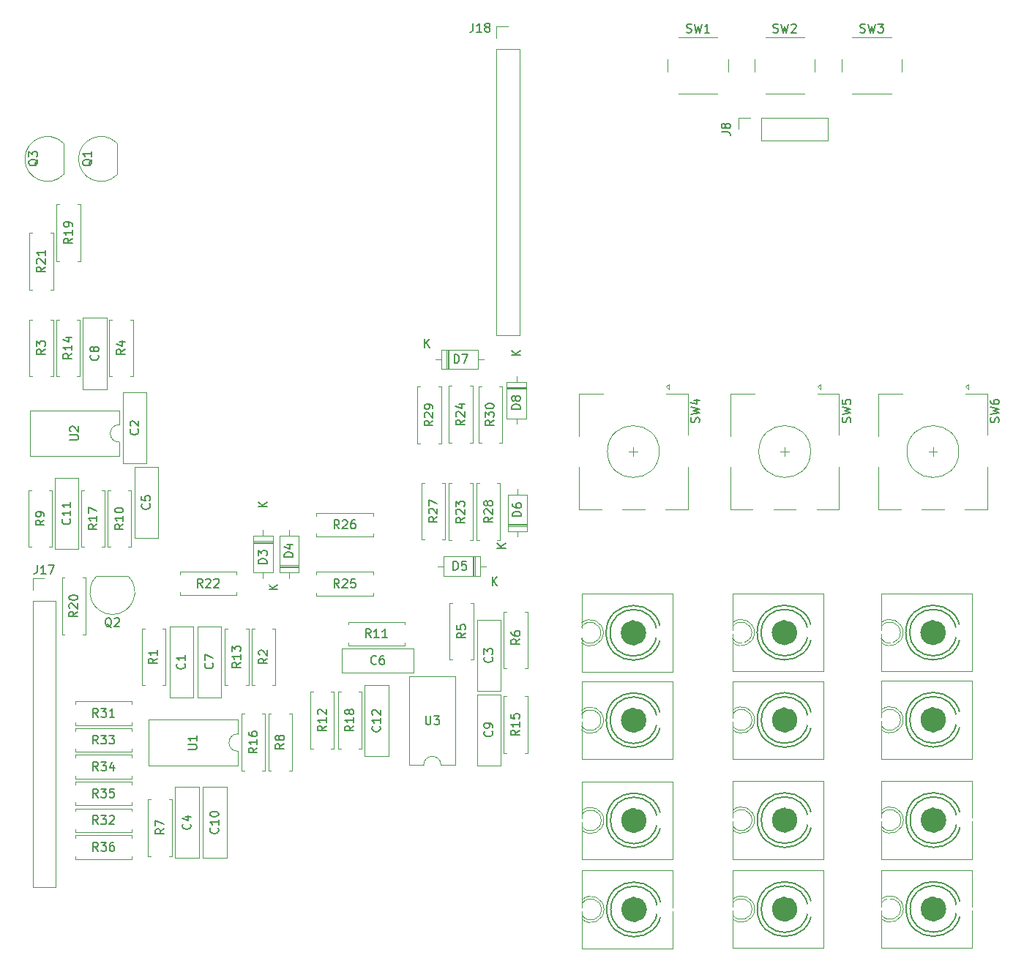
<source format=gto>
G04 #@! TF.GenerationSoftware,KiCad,Pcbnew,(6.0.0-0)*
G04 #@! TF.CreationDate,2022-05-01T22:25:31-03:00*
G04 #@! TF.ProjectId,3lw_fp_and_bp_circuit,336c775f-6670-45f6-916e-645f62705f63,rev?*
G04 #@! TF.SameCoordinates,Original*
G04 #@! TF.FileFunction,Legend,Top*
G04 #@! TF.FilePolarity,Positive*
%FSLAX46Y46*%
G04 Gerber Fmt 4.6, Leading zero omitted, Abs format (unit mm)*
G04 Created by KiCad (PCBNEW (6.0.0-0)) date 2022-05-01 22:25:31*
%MOMM*%
%LPD*%
G01*
G04 APERTURE LIST*
%ADD10C,0.150000*%
%ADD11C,0.120000*%
%ADD12C,1.500000*%
%ADD13C,0.127000*%
%ADD14C,1.600000*%
%ADD15O,1.600000X1.600000*%
%ADD16C,2.000000*%
%ADD17R,1.600000X1.600000*%
%ADD18R,1.500000X1.050000*%
%ADD19O,1.500000X1.050000*%
%ADD20R,1.700000X1.700000*%
%ADD21O,1.700000X1.700000*%
%ADD22R,2.000000X2.000000*%
%ADD23R,2.500000X3.000000*%
%ADD24R,1.050000X1.500000*%
%ADD25O,1.050000X1.500000*%
%ADD26C,2.082800*%
%ADD27O,1.800000X1.800000*%
%ADD28O,1.500000X1.500000*%
%ADD29R,2.000000X1.905000*%
%ADD30O,2.000000X1.905000*%
%ADD31R,2.200000X2.200000*%
%ADD32O,2.200000X2.200000*%
G04 APERTURE END LIST*
D10*
X26204489Y-88482857D02*
X25728299Y-88816190D01*
X26204489Y-89054285D02*
X25204489Y-89054285D01*
X25204489Y-88673333D01*
X25252109Y-88578095D01*
X25299728Y-88530476D01*
X25394966Y-88482857D01*
X25537823Y-88482857D01*
X25633061Y-88530476D01*
X25680680Y-88578095D01*
X25728299Y-88673333D01*
X25728299Y-89054285D01*
X25299728Y-88101904D02*
X25252109Y-88054285D01*
X25204489Y-87959047D01*
X25204489Y-87720952D01*
X25252109Y-87625714D01*
X25299728Y-87578095D01*
X25394966Y-87530476D01*
X25490204Y-87530476D01*
X25633061Y-87578095D01*
X26204489Y-88149523D01*
X26204489Y-87530476D01*
X25204489Y-86911428D02*
X25204489Y-86816190D01*
X25252109Y-86720952D01*
X25299728Y-86673333D01*
X25394966Y-86625714D01*
X25585442Y-86578095D01*
X25823537Y-86578095D01*
X26014013Y-86625714D01*
X26109251Y-86673333D01*
X26156870Y-86720952D01*
X26204489Y-86816190D01*
X26204489Y-86911428D01*
X26156870Y-87006666D01*
X26109251Y-87054285D01*
X26014013Y-87101904D01*
X25823537Y-87149523D01*
X25585442Y-87149523D01*
X25394966Y-87101904D01*
X25299728Y-87054285D01*
X25252109Y-87006666D01*
X25204489Y-86911428D01*
X28563651Y-113082780D02*
X28230318Y-112606590D01*
X27992223Y-113082780D02*
X27992223Y-112082780D01*
X28373175Y-112082780D01*
X28468413Y-112130400D01*
X28516032Y-112178019D01*
X28563651Y-112273257D01*
X28563651Y-112416114D01*
X28516032Y-112511352D01*
X28468413Y-112558971D01*
X28373175Y-112606590D01*
X27992223Y-112606590D01*
X28896985Y-112082780D02*
X29516032Y-112082780D01*
X29182699Y-112463733D01*
X29325556Y-112463733D01*
X29420794Y-112511352D01*
X29468413Y-112558971D01*
X29516032Y-112654209D01*
X29516032Y-112892304D01*
X29468413Y-112987542D01*
X29420794Y-113035161D01*
X29325556Y-113082780D01*
X29039842Y-113082780D01*
X28944604Y-113035161D01*
X28896985Y-112987542D01*
X29896985Y-112178019D02*
X29944604Y-112130400D01*
X30039842Y-112082780D01*
X30277937Y-112082780D01*
X30373175Y-112130400D01*
X30420794Y-112178019D01*
X30468413Y-112273257D01*
X30468413Y-112368495D01*
X30420794Y-112511352D01*
X29849366Y-113082780D01*
X30468413Y-113082780D01*
X51096489Y-82177295D02*
X50096489Y-82177295D01*
X50096489Y-81939200D01*
X50144109Y-81796342D01*
X50239347Y-81701104D01*
X50334585Y-81653485D01*
X50525061Y-81605866D01*
X50667918Y-81605866D01*
X50858394Y-81653485D01*
X50953632Y-81701104D01*
X51048870Y-81796342D01*
X51096489Y-81939200D01*
X51096489Y-82177295D01*
X50429823Y-80748723D02*
X51096489Y-80748723D01*
X50048870Y-80986819D02*
X50763156Y-81224914D01*
X50763156Y-80605866D01*
X49321889Y-85917504D02*
X48321889Y-85917504D01*
X49321889Y-85346076D02*
X48750461Y-85774647D01*
X48321889Y-85346076D02*
X48893318Y-85917504D01*
X45051289Y-94375657D02*
X44575099Y-94708990D01*
X45051289Y-94947085D02*
X44051289Y-94947085D01*
X44051289Y-94566133D01*
X44098909Y-94470895D01*
X44146528Y-94423276D01*
X44241766Y-94375657D01*
X44384623Y-94375657D01*
X44479861Y-94423276D01*
X44527480Y-94470895D01*
X44575099Y-94566133D01*
X44575099Y-94947085D01*
X45051289Y-93423276D02*
X45051289Y-93994704D01*
X45051289Y-93708990D02*
X44051289Y-93708990D01*
X44194147Y-93804228D01*
X44289385Y-93899466D01*
X44337004Y-93994704D01*
X44051289Y-93089942D02*
X44051289Y-92470895D01*
X44432242Y-92804228D01*
X44432242Y-92661371D01*
X44479861Y-92566133D01*
X44527480Y-92518514D01*
X44622718Y-92470895D01*
X44860813Y-92470895D01*
X44956051Y-92518514D01*
X45003670Y-92566133D01*
X45051289Y-92661371D01*
X45051289Y-92947085D01*
X45003670Y-93042323D01*
X44956051Y-93089942D01*
X31690889Y-58136266D02*
X31214699Y-58469600D01*
X31690889Y-58707695D02*
X30690889Y-58707695D01*
X30690889Y-58326742D01*
X30738509Y-58231504D01*
X30786128Y-58183885D01*
X30881366Y-58136266D01*
X31024223Y-58136266D01*
X31119461Y-58183885D01*
X31167080Y-58231504D01*
X31214699Y-58326742D01*
X31214699Y-58707695D01*
X31024223Y-57279123D02*
X31690889Y-57279123D01*
X30643270Y-57517219D02*
X31357556Y-57755314D01*
X31357556Y-57136266D01*
X58142686Y-101690857D02*
X57666496Y-102024190D01*
X58142686Y-102262285D02*
X57142686Y-102262285D01*
X57142686Y-101881333D01*
X57190306Y-101786095D01*
X57237925Y-101738476D01*
X57333163Y-101690857D01*
X57476020Y-101690857D01*
X57571258Y-101738476D01*
X57618877Y-101786095D01*
X57666496Y-101881333D01*
X57666496Y-102262285D01*
X58142686Y-100738476D02*
X58142686Y-101309904D01*
X58142686Y-101024190D02*
X57142686Y-101024190D01*
X57285544Y-101119428D01*
X57380782Y-101214666D01*
X57428401Y-101309904D01*
X57571258Y-100167047D02*
X57523639Y-100262285D01*
X57476020Y-100309904D01*
X57380782Y-100357523D01*
X57333163Y-100357523D01*
X57237925Y-100309904D01*
X57190306Y-100262285D01*
X57142686Y-100167047D01*
X57142686Y-99976571D01*
X57190306Y-99881333D01*
X57237925Y-99833714D01*
X57333163Y-99786095D01*
X57380782Y-99786095D01*
X57476020Y-99833714D01*
X57523639Y-99881333D01*
X57571258Y-99976571D01*
X57571258Y-100167047D01*
X57618877Y-100262285D01*
X57666496Y-100309904D01*
X57761734Y-100357523D01*
X57952210Y-100357523D01*
X58047448Y-100309904D01*
X58095067Y-100262285D01*
X58142686Y-100167047D01*
X58142686Y-99976571D01*
X58095067Y-99881333D01*
X58047448Y-99833714D01*
X57952210Y-99786095D01*
X57761734Y-99786095D01*
X57666496Y-99833714D01*
X57618877Y-99881333D01*
X57571258Y-99976571D01*
X69768813Y-59742780D02*
X69768813Y-58742780D01*
X70006909Y-58742780D01*
X70149766Y-58790400D01*
X70245004Y-58885638D01*
X70292623Y-58980876D01*
X70340242Y-59171352D01*
X70340242Y-59314209D01*
X70292623Y-59504685D01*
X70245004Y-59599923D01*
X70149766Y-59695161D01*
X70006909Y-59742780D01*
X69768813Y-59742780D01*
X70673575Y-58742780D02*
X71340242Y-58742780D01*
X70911670Y-59742780D01*
X66333404Y-57942780D02*
X66333404Y-56942780D01*
X66904832Y-57942780D02*
X66476261Y-57371352D01*
X66904832Y-56942780D02*
X66333404Y-57514209D01*
X35399289Y-93899466D02*
X34923099Y-94232800D01*
X35399289Y-94470895D02*
X34399289Y-94470895D01*
X34399289Y-94089942D01*
X34446909Y-93994704D01*
X34494528Y-93947085D01*
X34589766Y-93899466D01*
X34732623Y-93899466D01*
X34827861Y-93947085D01*
X34875480Y-93994704D01*
X34923099Y-94089942D01*
X34923099Y-94470895D01*
X35399289Y-92947085D02*
X35399289Y-93518514D01*
X35399289Y-93232800D02*
X34399289Y-93232800D01*
X34542147Y-93328038D01*
X34637385Y-93423276D01*
X34685004Y-93518514D01*
X77360089Y-91664266D02*
X76883899Y-91997600D01*
X77360089Y-92235695D02*
X76360089Y-92235695D01*
X76360089Y-91854742D01*
X76407709Y-91759504D01*
X76455328Y-91711885D01*
X76550566Y-91664266D01*
X76693423Y-91664266D01*
X76788661Y-91711885D01*
X76836280Y-91759504D01*
X76883899Y-91854742D01*
X76883899Y-92235695D01*
X76360089Y-90807123D02*
X76360089Y-90997600D01*
X76407709Y-91092838D01*
X76455328Y-91140457D01*
X76598185Y-91235695D01*
X76788661Y-91283314D01*
X77169613Y-91283314D01*
X77264851Y-91235695D01*
X77312470Y-91188076D01*
X77360089Y-91092838D01*
X77360089Y-90902361D01*
X77312470Y-90807123D01*
X77264851Y-90759504D01*
X77169613Y-90711885D01*
X76931518Y-90711885D01*
X76836280Y-90759504D01*
X76788661Y-90807123D01*
X76741042Y-90902361D01*
X76741042Y-91092838D01*
X76788661Y-91188076D01*
X76836280Y-91235695D01*
X76931518Y-91283314D01*
X33170451Y-67381866D02*
X33218070Y-67429485D01*
X33265689Y-67572342D01*
X33265689Y-67667580D01*
X33218070Y-67810438D01*
X33122832Y-67905676D01*
X33027594Y-67953295D01*
X32837118Y-68000914D01*
X32694261Y-68000914D01*
X32503785Y-67953295D01*
X32408547Y-67905676D01*
X32313309Y-67810438D01*
X32265689Y-67667580D01*
X32265689Y-67572342D01*
X32313309Y-67429485D01*
X32360928Y-67381866D01*
X32360928Y-67000914D02*
X32313309Y-66953295D01*
X32265689Y-66858057D01*
X32265689Y-66619961D01*
X32313309Y-66524723D01*
X32360928Y-66477104D01*
X32456166Y-66429485D01*
X32551404Y-66429485D01*
X32694261Y-66477104D01*
X33265689Y-67048533D01*
X33265689Y-66429485D01*
X56452851Y-78890531D02*
X56119518Y-78414341D01*
X55881423Y-78890531D02*
X55881423Y-77890531D01*
X56262375Y-77890531D01*
X56357613Y-77938151D01*
X56405232Y-77985770D01*
X56452851Y-78081008D01*
X56452851Y-78223865D01*
X56405232Y-78319103D01*
X56357613Y-78366722D01*
X56262375Y-78414341D01*
X55881423Y-78414341D01*
X56833804Y-77985770D02*
X56881423Y-77938151D01*
X56976661Y-77890531D01*
X57214756Y-77890531D01*
X57309994Y-77938151D01*
X57357613Y-77985770D01*
X57405232Y-78081008D01*
X57405232Y-78176246D01*
X57357613Y-78319103D01*
X56786185Y-78890531D01*
X57405232Y-78890531D01*
X58262375Y-77890531D02*
X58071899Y-77890531D01*
X57976661Y-77938151D01*
X57929042Y-77985770D01*
X57833804Y-78128627D01*
X57786185Y-78319103D01*
X57786185Y-78700055D01*
X57833804Y-78795293D01*
X57881423Y-78842912D01*
X57976661Y-78890531D01*
X58167137Y-78890531D01*
X58262375Y-78842912D01*
X58309994Y-78795293D01*
X58357613Y-78700055D01*
X58357613Y-78461960D01*
X58309994Y-78366722D01*
X58262375Y-78319103D01*
X58167137Y-78271484D01*
X57976661Y-78271484D01*
X57881423Y-78319103D01*
X57833804Y-78366722D01*
X57786185Y-78461960D01*
X21621728Y-36170038D02*
X21574109Y-36265276D01*
X21478870Y-36360514D01*
X21336013Y-36503371D01*
X21288394Y-36598609D01*
X21288394Y-36693847D01*
X21526489Y-36646228D02*
X21478870Y-36741466D01*
X21383632Y-36836704D01*
X21193156Y-36884323D01*
X20859823Y-36884323D01*
X20669347Y-36836704D01*
X20574109Y-36741466D01*
X20526489Y-36646228D01*
X20526489Y-36455752D01*
X20574109Y-36360514D01*
X20669347Y-36265276D01*
X20859823Y-36217657D01*
X21193156Y-36217657D01*
X21383632Y-36265276D01*
X21478870Y-36360514D01*
X21526489Y-36455752D01*
X21526489Y-36646228D01*
X20526489Y-35884323D02*
X20526489Y-35265276D01*
X20907442Y-35598609D01*
X20907442Y-35455752D01*
X20955061Y-35360514D01*
X21002680Y-35312895D01*
X21097918Y-35265276D01*
X21336013Y-35265276D01*
X21431251Y-35312895D01*
X21478870Y-35360514D01*
X21526489Y-35455752D01*
X21526489Y-35741466D01*
X21478870Y-35836704D01*
X21431251Y-35884323D01*
X61146248Y-101752457D02*
X61193867Y-101800076D01*
X61241486Y-101942933D01*
X61241486Y-102038171D01*
X61193867Y-102181028D01*
X61098629Y-102276266D01*
X61003391Y-102323885D01*
X60812915Y-102371504D01*
X60670058Y-102371504D01*
X60479582Y-102323885D01*
X60384344Y-102276266D01*
X60289106Y-102181028D01*
X60241486Y-102038171D01*
X60241486Y-101942933D01*
X60289106Y-101800076D01*
X60336725Y-101752457D01*
X61241486Y-100800076D02*
X61241486Y-101371504D01*
X61241486Y-101085790D02*
X60241486Y-101085790D01*
X60384344Y-101181028D01*
X60479582Y-101276266D01*
X60527201Y-101371504D01*
X60336725Y-100419123D02*
X60289106Y-100371504D01*
X60241486Y-100276266D01*
X60241486Y-100038171D01*
X60289106Y-99942933D01*
X60336725Y-99895314D01*
X60431963Y-99847695D01*
X60527201Y-99847695D01*
X60670058Y-99895314D01*
X61241486Y-100466742D01*
X61241486Y-99847695D01*
X22445289Y-58136266D02*
X21969099Y-58469600D01*
X22445289Y-58707695D02*
X21445289Y-58707695D01*
X21445289Y-58326742D01*
X21492909Y-58231504D01*
X21540528Y-58183885D01*
X21635766Y-58136266D01*
X21778623Y-58136266D01*
X21873861Y-58183885D01*
X21921480Y-58231504D01*
X21969099Y-58326742D01*
X21969099Y-58707695D01*
X21445289Y-57802933D02*
X21445289Y-57183885D01*
X21826242Y-57517219D01*
X21826242Y-57374361D01*
X21873861Y-57279123D01*
X21921480Y-57231504D01*
X22016718Y-57183885D01*
X22254813Y-57183885D01*
X22350051Y-57231504D01*
X22397670Y-57279123D01*
X22445289Y-57374361D01*
X22445289Y-57660076D01*
X22397670Y-57755314D01*
X22350051Y-57802933D01*
X50080489Y-103754666D02*
X49604299Y-104088000D01*
X50080489Y-104326095D02*
X49080489Y-104326095D01*
X49080489Y-103945142D01*
X49128109Y-103849904D01*
X49175728Y-103802285D01*
X49270966Y-103754666D01*
X49413823Y-103754666D01*
X49509061Y-103802285D01*
X49556680Y-103849904D01*
X49604299Y-103945142D01*
X49604299Y-104326095D01*
X49509061Y-103183238D02*
X49461442Y-103278476D01*
X49413823Y-103326095D01*
X49318585Y-103373714D01*
X49270966Y-103373714D01*
X49175728Y-103326095D01*
X49128109Y-103278476D01*
X49080489Y-103183238D01*
X49080489Y-102992761D01*
X49128109Y-102897523D01*
X49175728Y-102849904D01*
X49270966Y-102802285D01*
X49318585Y-102802285D01*
X49413823Y-102849904D01*
X49461442Y-102897523D01*
X49509061Y-102992761D01*
X49509061Y-103183238D01*
X49556680Y-103278476D01*
X49604299Y-103326095D01*
X49699537Y-103373714D01*
X49890013Y-103373714D01*
X49985251Y-103326095D01*
X50032870Y-103278476D01*
X50080489Y-103183238D01*
X50080489Y-102992761D01*
X50032870Y-102897523D01*
X49985251Y-102849904D01*
X49890013Y-102802285D01*
X49699537Y-102802285D01*
X49604299Y-102849904D01*
X49556680Y-102897523D01*
X49509061Y-102992761D01*
X60739042Y-94496342D02*
X60691423Y-94543961D01*
X60548566Y-94591580D01*
X60453328Y-94591580D01*
X60310470Y-94543961D01*
X60215232Y-94448723D01*
X60167613Y-94353485D01*
X60119994Y-94163009D01*
X60119994Y-94020152D01*
X60167613Y-93829676D01*
X60215232Y-93734438D01*
X60310470Y-93639200D01*
X60453328Y-93591580D01*
X60548566Y-93591580D01*
X60691423Y-93639200D01*
X60739042Y-93686819D01*
X61596185Y-93591580D02*
X61405709Y-93591580D01*
X61310470Y-93639200D01*
X61262851Y-93686819D01*
X61167613Y-93829676D01*
X61119994Y-94020152D01*
X61119994Y-94401104D01*
X61167613Y-94496342D01*
X61215232Y-94543961D01*
X61310470Y-94591580D01*
X61500947Y-94591580D01*
X61596185Y-94543961D01*
X61643804Y-94496342D01*
X61691423Y-94401104D01*
X61691423Y-94163009D01*
X61643804Y-94067771D01*
X61596185Y-94020152D01*
X61500947Y-93972533D01*
X61310470Y-93972533D01*
X61215232Y-94020152D01*
X61167613Y-94067771D01*
X61119994Y-94163009D01*
X106658866Y-21461367D02*
X106801723Y-21508986D01*
X107039819Y-21508986D01*
X107135057Y-21461367D01*
X107182676Y-21413748D01*
X107230295Y-21318510D01*
X107230295Y-21223272D01*
X107182676Y-21128034D01*
X107135057Y-21080415D01*
X107039819Y-21032796D01*
X106849342Y-20985177D01*
X106754104Y-20937558D01*
X106706485Y-20889939D01*
X106658866Y-20794701D01*
X106658866Y-20699463D01*
X106706485Y-20604225D01*
X106754104Y-20556606D01*
X106849342Y-20508986D01*
X107087438Y-20508986D01*
X107230295Y-20556606D01*
X107563628Y-20508986D02*
X107801723Y-21508986D01*
X107992200Y-20794701D01*
X108182676Y-21508986D01*
X108420771Y-20508986D01*
X108754104Y-20604225D02*
X108801723Y-20556606D01*
X108896961Y-20508986D01*
X109135057Y-20508986D01*
X109230295Y-20556606D01*
X109277914Y-20604225D01*
X109325533Y-20699463D01*
X109325533Y-20794701D01*
X109277914Y-20937558D01*
X108706485Y-21508986D01*
X109325533Y-21508986D01*
X28563651Y-106885180D02*
X28230318Y-106408990D01*
X27992223Y-106885180D02*
X27992223Y-105885180D01*
X28373175Y-105885180D01*
X28468413Y-105932800D01*
X28516032Y-105980419D01*
X28563651Y-106075657D01*
X28563651Y-106218514D01*
X28516032Y-106313752D01*
X28468413Y-106361371D01*
X28373175Y-106408990D01*
X27992223Y-106408990D01*
X28896985Y-105885180D02*
X29516032Y-105885180D01*
X29182699Y-106266133D01*
X29325556Y-106266133D01*
X29420794Y-106313752D01*
X29468413Y-106361371D01*
X29516032Y-106456609D01*
X29516032Y-106694704D01*
X29468413Y-106789942D01*
X29420794Y-106837561D01*
X29325556Y-106885180D01*
X29039842Y-106885180D01*
X28944604Y-106837561D01*
X28896985Y-106789942D01*
X30373175Y-106218514D02*
X30373175Y-106885180D01*
X30135080Y-105837561D02*
X29896985Y-106551847D01*
X30516032Y-106551847D01*
X34491251Y-76017866D02*
X34538870Y-76065485D01*
X34586489Y-76208342D01*
X34586489Y-76303580D01*
X34538870Y-76446438D01*
X34443632Y-76541676D01*
X34348394Y-76589295D01*
X34157918Y-76636914D01*
X34015061Y-76636914D01*
X33824585Y-76589295D01*
X33729347Y-76541676D01*
X33634109Y-76446438D01*
X33586489Y-76303580D01*
X33586489Y-76208342D01*
X33634109Y-76065485D01*
X33681728Y-76017866D01*
X33586489Y-75113104D02*
X33586489Y-75589295D01*
X34062680Y-75636914D01*
X34015061Y-75589295D01*
X33967442Y-75494057D01*
X33967442Y-75255961D01*
X34015061Y-75160723D01*
X34062680Y-75113104D01*
X34157918Y-75065485D01*
X34396013Y-75065485D01*
X34491251Y-75113104D01*
X34538870Y-75160723D01*
X34586489Y-75255961D01*
X34586489Y-75494057D01*
X34538870Y-75589295D01*
X34491251Y-75636914D01*
X38555251Y-94509066D02*
X38602870Y-94556685D01*
X38650489Y-94699542D01*
X38650489Y-94794780D01*
X38602870Y-94937638D01*
X38507632Y-95032876D01*
X38412394Y-95080495D01*
X38221918Y-95128114D01*
X38079061Y-95128114D01*
X37888585Y-95080495D01*
X37793347Y-95032876D01*
X37698109Y-94937638D01*
X37650489Y-94794780D01*
X37650489Y-94699542D01*
X37698109Y-94556685D01*
X37745728Y-94509066D01*
X38650489Y-93556685D02*
X38650489Y-94128114D01*
X38650489Y-93842400D02*
X37650489Y-93842400D01*
X37793347Y-93937638D01*
X37888585Y-94032876D01*
X37936204Y-94128114D01*
X74362889Y-66334057D02*
X73886699Y-66667390D01*
X74362889Y-66905485D02*
X73362889Y-66905485D01*
X73362889Y-66524533D01*
X73410509Y-66429295D01*
X73458128Y-66381676D01*
X73553366Y-66334057D01*
X73696223Y-66334057D01*
X73791461Y-66381676D01*
X73839080Y-66429295D01*
X73886699Y-66524533D01*
X73886699Y-66905485D01*
X73362889Y-66000723D02*
X73362889Y-65381676D01*
X73743842Y-65715009D01*
X73743842Y-65572152D01*
X73791461Y-65476914D01*
X73839080Y-65429295D01*
X73934318Y-65381676D01*
X74172413Y-65381676D01*
X74267651Y-65429295D01*
X74315270Y-65476914D01*
X74362889Y-65572152D01*
X74362889Y-65857866D01*
X74315270Y-65953104D01*
X74267651Y-66000723D01*
X73362889Y-64762628D02*
X73362889Y-64667390D01*
X73410509Y-64572152D01*
X73458128Y-64524533D01*
X73553366Y-64476914D01*
X73743842Y-64429295D01*
X73981937Y-64429295D01*
X74172413Y-64476914D01*
X74267651Y-64524533D01*
X74315270Y-64572152D01*
X74362889Y-64667390D01*
X74362889Y-64762628D01*
X74315270Y-64857866D01*
X74267651Y-64905485D01*
X74172413Y-64953104D01*
X73981937Y-65000723D01*
X73743842Y-65000723D01*
X73553366Y-64953104D01*
X73458128Y-64905485D01*
X73410509Y-64857866D01*
X73362889Y-64762628D01*
X38981289Y-104441504D02*
X39790813Y-104441504D01*
X39886051Y-104393885D01*
X39933670Y-104346266D01*
X39981289Y-104251028D01*
X39981289Y-104060552D01*
X39933670Y-103965314D01*
X39886051Y-103917695D01*
X39790813Y-103870076D01*
X38981289Y-103870076D01*
X39981289Y-102870076D02*
X39981289Y-103441504D01*
X39981289Y-103155790D02*
X38981289Y-103155790D01*
X39124147Y-103251028D01*
X39219385Y-103346266D01*
X39267004Y-103441504D01*
X27874528Y-36170038D02*
X27826909Y-36265276D01*
X27731670Y-36360514D01*
X27588813Y-36503371D01*
X27541194Y-36598609D01*
X27541194Y-36693847D01*
X27779289Y-36646228D02*
X27731670Y-36741466D01*
X27636432Y-36836704D01*
X27445956Y-36884323D01*
X27112623Y-36884323D01*
X26922147Y-36836704D01*
X26826909Y-36741466D01*
X26779289Y-36646228D01*
X26779289Y-36455752D01*
X26826909Y-36360514D01*
X26922147Y-36265276D01*
X27112623Y-36217657D01*
X27445956Y-36217657D01*
X27636432Y-36265276D01*
X27731670Y-36360514D01*
X27779289Y-36455752D01*
X27779289Y-36646228D01*
X27779289Y-35265276D02*
X27779289Y-35836704D01*
X27779289Y-35550990D02*
X26779289Y-35550990D01*
X26922147Y-35646228D01*
X27017385Y-35741466D01*
X27065004Y-35836704D01*
X28563651Y-109983980D02*
X28230318Y-109507790D01*
X27992223Y-109983980D02*
X27992223Y-108983980D01*
X28373175Y-108983980D01*
X28468413Y-109031600D01*
X28516032Y-109079219D01*
X28563651Y-109174457D01*
X28563651Y-109317314D01*
X28516032Y-109412552D01*
X28468413Y-109460171D01*
X28373175Y-109507790D01*
X27992223Y-109507790D01*
X28896985Y-108983980D02*
X29516032Y-108983980D01*
X29182699Y-109364933D01*
X29325556Y-109364933D01*
X29420794Y-109412552D01*
X29468413Y-109460171D01*
X29516032Y-109555409D01*
X29516032Y-109793504D01*
X29468413Y-109888742D01*
X29420794Y-109936361D01*
X29325556Y-109983980D01*
X29039842Y-109983980D01*
X28944604Y-109936361D01*
X28896985Y-109888742D01*
X30420794Y-108983980D02*
X29944604Y-108983980D01*
X29896985Y-109460171D01*
X29944604Y-109412552D01*
X30039842Y-109364933D01*
X30277937Y-109364933D01*
X30373175Y-109412552D01*
X30420794Y-109460171D01*
X30468413Y-109555409D01*
X30468413Y-109793504D01*
X30420794Y-109888742D01*
X30373175Y-109936361D01*
X30277937Y-109983980D01*
X30039842Y-109983980D01*
X29944604Y-109936361D01*
X29896985Y-109888742D01*
X100696780Y-33008589D02*
X101411066Y-33008589D01*
X101553923Y-33056208D01*
X101649161Y-33151446D01*
X101696780Y-33294303D01*
X101696780Y-33389541D01*
X101125352Y-32389541D02*
X101077733Y-32484779D01*
X101030114Y-32532398D01*
X100934876Y-32580017D01*
X100887257Y-32580017D01*
X100792019Y-32532398D01*
X100744400Y-32484779D01*
X100696780Y-32389541D01*
X100696780Y-32199065D01*
X100744400Y-32103827D01*
X100792019Y-32056208D01*
X100887257Y-32008589D01*
X100934876Y-32008589D01*
X101030114Y-32056208D01*
X101077733Y-32103827D01*
X101125352Y-32199065D01*
X101125352Y-32389541D01*
X101172971Y-32484779D01*
X101220590Y-32532398D01*
X101315828Y-32580017D01*
X101506304Y-32580017D01*
X101601542Y-32532398D01*
X101649161Y-32484779D01*
X101696780Y-32389541D01*
X101696780Y-32199065D01*
X101649161Y-32103827D01*
X101601542Y-32056208D01*
X101506304Y-32008589D01*
X101315828Y-32008589D01*
X101220590Y-32056208D01*
X101172971Y-32103827D01*
X101125352Y-32199065D01*
X25594889Y-45302857D02*
X25118699Y-45636190D01*
X25594889Y-45874285D02*
X24594889Y-45874285D01*
X24594889Y-45493333D01*
X24642509Y-45398095D01*
X24690128Y-45350476D01*
X24785366Y-45302857D01*
X24928223Y-45302857D01*
X25023461Y-45350476D01*
X25071080Y-45398095D01*
X25118699Y-45493333D01*
X25118699Y-45874285D01*
X25594889Y-44350476D02*
X25594889Y-44921904D01*
X25594889Y-44636190D02*
X24594889Y-44636190D01*
X24737747Y-44731428D01*
X24832985Y-44826666D01*
X24880604Y-44921904D01*
X25594889Y-43874285D02*
X25594889Y-43683809D01*
X25547270Y-43588571D01*
X25499651Y-43540952D01*
X25356794Y-43445714D01*
X25166318Y-43398095D01*
X24785366Y-43398095D01*
X24690128Y-43445714D01*
X24642509Y-43493333D01*
X24594889Y-43588571D01*
X24594889Y-43779047D01*
X24642509Y-43874285D01*
X24690128Y-43921904D01*
X24785366Y-43969523D01*
X25023461Y-43969523D01*
X25118699Y-43921904D01*
X25166318Y-43874285D01*
X25213937Y-43779047D01*
X25213937Y-43588571D01*
X25166318Y-43493333D01*
X25118699Y-43445714D01*
X25023461Y-43398095D01*
X42416051Y-113527257D02*
X42463670Y-113574876D01*
X42511289Y-113717733D01*
X42511289Y-113812971D01*
X42463670Y-113955828D01*
X42368432Y-114051066D01*
X42273194Y-114098685D01*
X42082718Y-114146304D01*
X41939861Y-114146304D01*
X41749385Y-114098685D01*
X41654147Y-114051066D01*
X41558909Y-113955828D01*
X41511289Y-113812971D01*
X41511289Y-113717733D01*
X41558909Y-113574876D01*
X41606528Y-113527257D01*
X42511289Y-112574876D02*
X42511289Y-113146304D01*
X42511289Y-112860590D02*
X41511289Y-112860590D01*
X41654147Y-112955828D01*
X41749385Y-113051066D01*
X41797004Y-113146304D01*
X41511289Y-111955828D02*
X41511289Y-111860590D01*
X41558909Y-111765352D01*
X41606528Y-111717733D01*
X41701766Y-111670114D01*
X41892242Y-111622495D01*
X42130337Y-111622495D01*
X42320813Y-111670114D01*
X42416051Y-111717733D01*
X42463670Y-111765352D01*
X42511289Y-111860590D01*
X42511289Y-111955828D01*
X42463670Y-112051066D01*
X42416051Y-112098685D01*
X42320813Y-112146304D01*
X42130337Y-112193923D01*
X41892242Y-112193923D01*
X41701766Y-112146304D01*
X41606528Y-112098685D01*
X41558909Y-112051066D01*
X41511289Y-111955828D01*
X77410889Y-65057695D02*
X76410889Y-65057695D01*
X76410889Y-64819600D01*
X76458509Y-64676742D01*
X76553747Y-64581504D01*
X76648985Y-64533885D01*
X76839461Y-64486266D01*
X76982318Y-64486266D01*
X77172794Y-64533885D01*
X77268032Y-64581504D01*
X77363270Y-64676742D01*
X77410889Y-64819600D01*
X77410889Y-65057695D01*
X76839461Y-63914838D02*
X76791842Y-64010076D01*
X76744223Y-64057695D01*
X76648985Y-64105314D01*
X76601366Y-64105314D01*
X76506128Y-64057695D01*
X76458509Y-64010076D01*
X76410889Y-63914838D01*
X76410889Y-63724361D01*
X76458509Y-63629123D01*
X76506128Y-63581504D01*
X76601366Y-63533885D01*
X76648985Y-63533885D01*
X76744223Y-63581504D01*
X76791842Y-63629123D01*
X76839461Y-63724361D01*
X76839461Y-63914838D01*
X76887080Y-64010076D01*
X76934699Y-64057695D01*
X77029937Y-64105314D01*
X77220413Y-64105314D01*
X77315651Y-64057695D01*
X77363270Y-64010076D01*
X77410889Y-63914838D01*
X77410889Y-63724361D01*
X77363270Y-63629123D01*
X77315651Y-63581504D01*
X77220413Y-63533885D01*
X77029937Y-63533885D01*
X76934699Y-63581504D01*
X76887080Y-63629123D01*
X76839461Y-63724361D01*
X77410889Y-58841104D02*
X76410889Y-58841104D01*
X77410889Y-58269676D02*
X76839461Y-58698247D01*
X76410889Y-58269676D02*
X76982318Y-58841104D01*
X48099289Y-82939295D02*
X47099289Y-82939295D01*
X47099289Y-82701200D01*
X47146909Y-82558342D01*
X47242147Y-82463104D01*
X47337385Y-82415485D01*
X47527861Y-82367866D01*
X47670718Y-82367866D01*
X47861194Y-82415485D01*
X47956432Y-82463104D01*
X48051670Y-82558342D01*
X48099289Y-82701200D01*
X48099289Y-82939295D01*
X47099289Y-82034533D02*
X47099289Y-81415485D01*
X47480242Y-81748819D01*
X47480242Y-81605961D01*
X47527861Y-81510723D01*
X47575480Y-81463104D01*
X47670718Y-81415485D01*
X47908813Y-81415485D01*
X48004051Y-81463104D01*
X48051670Y-81510723D01*
X48099289Y-81605961D01*
X48099289Y-81891676D01*
X48051670Y-81986914D01*
X48004051Y-82034533D01*
X48099289Y-76367104D02*
X47099289Y-76367104D01*
X48099289Y-75795676D02*
X47527861Y-76224247D01*
X47099289Y-75795676D02*
X47670718Y-76367104D01*
X70959289Y-66308657D02*
X70483099Y-66641990D01*
X70959289Y-66880085D02*
X69959289Y-66880085D01*
X69959289Y-66499133D01*
X70006909Y-66403895D01*
X70054528Y-66356276D01*
X70149766Y-66308657D01*
X70292623Y-66308657D01*
X70387861Y-66356276D01*
X70435480Y-66403895D01*
X70483099Y-66499133D01*
X70483099Y-66880085D01*
X70054528Y-65927704D02*
X70006909Y-65880085D01*
X69959289Y-65784847D01*
X69959289Y-65546752D01*
X70006909Y-65451514D01*
X70054528Y-65403895D01*
X70149766Y-65356276D01*
X70245004Y-65356276D01*
X70387861Y-65403895D01*
X70959289Y-65975323D01*
X70959289Y-65356276D01*
X70292623Y-64499133D02*
X70959289Y-64499133D01*
X69911670Y-64737228D02*
X70625956Y-64975323D01*
X70625956Y-64356276D01*
X22343689Y-77897466D02*
X21867499Y-78230800D01*
X22343689Y-78468895D02*
X21343689Y-78468895D01*
X21343689Y-78087942D01*
X21391309Y-77992704D01*
X21438928Y-77945085D01*
X21534166Y-77897466D01*
X21677023Y-77897466D01*
X21772261Y-77945085D01*
X21819880Y-77992704D01*
X21867499Y-78087942D01*
X21867499Y-78468895D01*
X22343689Y-77421276D02*
X22343689Y-77230800D01*
X22296070Y-77135561D01*
X22248451Y-77087942D01*
X22105594Y-76992704D01*
X21915118Y-76945085D01*
X21534166Y-76945085D01*
X21438928Y-76992704D01*
X21391309Y-77040323D01*
X21343689Y-77135561D01*
X21343689Y-77326038D01*
X21391309Y-77421276D01*
X21438928Y-77468895D01*
X21534166Y-77516514D01*
X21772261Y-77516514D01*
X21867499Y-77468895D01*
X21915118Y-77421276D01*
X21962737Y-77326038D01*
X21962737Y-77135561D01*
X21915118Y-77040323D01*
X21867499Y-76992704D01*
X21772261Y-76945085D01*
X48150089Y-93899466D02*
X47673899Y-94232800D01*
X48150089Y-94470895D02*
X47150089Y-94470895D01*
X47150089Y-94089942D01*
X47197709Y-93994704D01*
X47245328Y-93947085D01*
X47340566Y-93899466D01*
X47483423Y-93899466D01*
X47578661Y-93947085D01*
X47626280Y-93994704D01*
X47673899Y-94089942D01*
X47673899Y-94470895D01*
X47245328Y-93518514D02*
X47197709Y-93470895D01*
X47150089Y-93375657D01*
X47150089Y-93137561D01*
X47197709Y-93042323D01*
X47245328Y-92994704D01*
X47340566Y-92947085D01*
X47435804Y-92947085D01*
X47578661Y-92994704D01*
X48150089Y-93566133D01*
X48150089Y-92947085D01*
X56452851Y-85729070D02*
X56119518Y-85252880D01*
X55881423Y-85729070D02*
X55881423Y-84729070D01*
X56262375Y-84729070D01*
X56357613Y-84776690D01*
X56405232Y-84824309D01*
X56452851Y-84919547D01*
X56452851Y-85062404D01*
X56405232Y-85157642D01*
X56357613Y-85205261D01*
X56262375Y-85252880D01*
X55881423Y-85252880D01*
X56833804Y-84824309D02*
X56881423Y-84776690D01*
X56976661Y-84729070D01*
X57214756Y-84729070D01*
X57309994Y-84776690D01*
X57357613Y-84824309D01*
X57405232Y-84919547D01*
X57405232Y-85014785D01*
X57357613Y-85157642D01*
X56786185Y-85729070D01*
X57405232Y-85729070D01*
X58309994Y-84729070D02*
X57833804Y-84729070D01*
X57786185Y-85205261D01*
X57833804Y-85157642D01*
X57929042Y-85110023D01*
X58167137Y-85110023D01*
X58262375Y-85157642D01*
X58309994Y-85205261D01*
X58357613Y-85300499D01*
X58357613Y-85538594D01*
X58309994Y-85633832D01*
X58262375Y-85681451D01*
X58167137Y-85729070D01*
X57929042Y-85729070D01*
X57833804Y-85681451D01*
X57786185Y-85633832D01*
X36212089Y-113609866D02*
X35735899Y-113943200D01*
X36212089Y-114181295D02*
X35212089Y-114181295D01*
X35212089Y-113800342D01*
X35259709Y-113705104D01*
X35307328Y-113657485D01*
X35402566Y-113609866D01*
X35545423Y-113609866D01*
X35640661Y-113657485D01*
X35688280Y-113705104D01*
X35735899Y-113800342D01*
X35735899Y-114181295D01*
X35212089Y-113276533D02*
X35212089Y-112609866D01*
X36212089Y-113038438D01*
X71060889Y-90953066D02*
X70584699Y-91286400D01*
X71060889Y-91524495D02*
X70060889Y-91524495D01*
X70060889Y-91143542D01*
X70108509Y-91048304D01*
X70156128Y-91000685D01*
X70251366Y-90953066D01*
X70394223Y-90953066D01*
X70489461Y-91000685D01*
X70537080Y-91048304D01*
X70584699Y-91143542D01*
X70584699Y-91524495D01*
X70060889Y-90048304D02*
X70060889Y-90524495D01*
X70537080Y-90572114D01*
X70489461Y-90524495D01*
X70441842Y-90429257D01*
X70441842Y-90191161D01*
X70489461Y-90095923D01*
X70537080Y-90048304D01*
X70632318Y-90000685D01*
X70870413Y-90000685D01*
X70965651Y-90048304D01*
X71013270Y-90095923D01*
X71060889Y-90191161D01*
X71060889Y-90429257D01*
X71013270Y-90524495D01*
X70965651Y-90572114D01*
X40654051Y-85694705D02*
X40320718Y-85218515D01*
X40082623Y-85694705D02*
X40082623Y-84694705D01*
X40463575Y-84694705D01*
X40558813Y-84742325D01*
X40606432Y-84789944D01*
X40654051Y-84885182D01*
X40654051Y-85028039D01*
X40606432Y-85123277D01*
X40558813Y-85170896D01*
X40463575Y-85218515D01*
X40082623Y-85218515D01*
X41035004Y-84789944D02*
X41082623Y-84742325D01*
X41177861Y-84694705D01*
X41415956Y-84694705D01*
X41511194Y-84742325D01*
X41558813Y-84789944D01*
X41606432Y-84885182D01*
X41606432Y-84980420D01*
X41558813Y-85123277D01*
X40987385Y-85694705D01*
X41606432Y-85694705D01*
X41987385Y-84789944D02*
X42035004Y-84742325D01*
X42130242Y-84694705D01*
X42368337Y-84694705D01*
X42463575Y-84742325D01*
X42511194Y-84789944D01*
X42558813Y-84885182D01*
X42558813Y-84980420D01*
X42511194Y-85123277D01*
X41939766Y-85694705D01*
X42558813Y-85694705D01*
X98088988Y-66604199D02*
X98136607Y-66461342D01*
X98136607Y-66223246D01*
X98088988Y-66128008D01*
X98041369Y-66080389D01*
X97946131Y-66032770D01*
X97850893Y-66032770D01*
X97755655Y-66080389D01*
X97708036Y-66128008D01*
X97660417Y-66223246D01*
X97612798Y-66413723D01*
X97565179Y-66508961D01*
X97517560Y-66556580D01*
X97422322Y-66604199D01*
X97327084Y-66604199D01*
X97231846Y-66556580D01*
X97184227Y-66508961D01*
X97136607Y-66413723D01*
X97136607Y-66175627D01*
X97184227Y-66032770D01*
X97136607Y-65699437D02*
X98136607Y-65461342D01*
X97422322Y-65270866D01*
X98136607Y-65080389D01*
X97136607Y-64842294D01*
X97469941Y-64032770D02*
X98136607Y-64032770D01*
X97088988Y-64270866D02*
X97803274Y-64508961D01*
X97803274Y-63889913D01*
X28563651Y-116181580D02*
X28230318Y-115705390D01*
X27992223Y-116181580D02*
X27992223Y-115181580D01*
X28373175Y-115181580D01*
X28468413Y-115229200D01*
X28516032Y-115276819D01*
X28563651Y-115372057D01*
X28563651Y-115514914D01*
X28516032Y-115610152D01*
X28468413Y-115657771D01*
X28373175Y-115705390D01*
X27992223Y-115705390D01*
X28896985Y-115181580D02*
X29516032Y-115181580D01*
X29182699Y-115562533D01*
X29325556Y-115562533D01*
X29420794Y-115610152D01*
X29468413Y-115657771D01*
X29516032Y-115753009D01*
X29516032Y-115991104D01*
X29468413Y-116086342D01*
X29420794Y-116133961D01*
X29325556Y-116181580D01*
X29039842Y-116181580D01*
X28944604Y-116133961D01*
X28896985Y-116086342D01*
X30373175Y-115181580D02*
X30182699Y-115181580D01*
X30087461Y-115229200D01*
X30039842Y-115276819D01*
X29944604Y-115419676D01*
X29896985Y-115610152D01*
X29896985Y-115991104D01*
X29944604Y-116086342D01*
X29992223Y-116133961D01*
X30087461Y-116181580D01*
X30277937Y-116181580D01*
X30373175Y-116133961D01*
X30420794Y-116086342D01*
X30468413Y-115991104D01*
X30468413Y-115753009D01*
X30420794Y-115657771D01*
X30373175Y-115610152D01*
X30277937Y-115562533D01*
X30087461Y-115562533D01*
X29992223Y-115610152D01*
X29944604Y-115657771D01*
X29896985Y-115753009D01*
X132742966Y-66604199D02*
X132790585Y-66461342D01*
X132790585Y-66223246D01*
X132742966Y-66128008D01*
X132695347Y-66080389D01*
X132600109Y-66032770D01*
X132504871Y-66032770D01*
X132409633Y-66080389D01*
X132362014Y-66128008D01*
X132314395Y-66223246D01*
X132266776Y-66413723D01*
X132219157Y-66508961D01*
X132171538Y-66556580D01*
X132076300Y-66604199D01*
X131981062Y-66604199D01*
X131885824Y-66556580D01*
X131838205Y-66508961D01*
X131790585Y-66413723D01*
X131790585Y-66175627D01*
X131838205Y-66032770D01*
X131790585Y-65699437D02*
X132790585Y-65461342D01*
X132076300Y-65270866D01*
X132790585Y-65080389D01*
X131790585Y-64842294D01*
X131790585Y-64032770D02*
X131790585Y-64223246D01*
X131838205Y-64318485D01*
X131885824Y-64366104D01*
X132028681Y-64461342D01*
X132219157Y-64508961D01*
X132600109Y-64508961D01*
X132695347Y-64461342D01*
X132742966Y-64413723D01*
X132790585Y-64318485D01*
X132790585Y-64128008D01*
X132742966Y-64032770D01*
X132695347Y-63985151D01*
X132600109Y-63937532D01*
X132362014Y-63937532D01*
X132266776Y-63985151D01*
X132219157Y-64032770D01*
X132171538Y-64128008D01*
X132171538Y-64318485D01*
X132219157Y-64413723D01*
X132266776Y-64461342D01*
X132362014Y-64508961D01*
X22445289Y-48604857D02*
X21969099Y-48938190D01*
X22445289Y-49176285D02*
X21445289Y-49176285D01*
X21445289Y-48795333D01*
X21492909Y-48700095D01*
X21540528Y-48652476D01*
X21635766Y-48604857D01*
X21778623Y-48604857D01*
X21873861Y-48652476D01*
X21921480Y-48700095D01*
X21969099Y-48795333D01*
X21969099Y-49176285D01*
X21540528Y-48223904D02*
X21492909Y-48176285D01*
X21445289Y-48081047D01*
X21445289Y-47842952D01*
X21492909Y-47747714D01*
X21540528Y-47700095D01*
X21635766Y-47652476D01*
X21731004Y-47652476D01*
X21873861Y-47700095D01*
X22445289Y-48271523D01*
X22445289Y-47652476D01*
X22445289Y-46700095D02*
X22445289Y-47271523D01*
X22445289Y-46985809D02*
X21445289Y-46985809D01*
X21588147Y-47081047D01*
X21683385Y-47176285D01*
X21731004Y-47271523D01*
X31487689Y-78373657D02*
X31011499Y-78706990D01*
X31487689Y-78945085D02*
X30487689Y-78945085D01*
X30487689Y-78564133D01*
X30535309Y-78468895D01*
X30582928Y-78421276D01*
X30678166Y-78373657D01*
X30821023Y-78373657D01*
X30916261Y-78421276D01*
X30963880Y-78468895D01*
X31011499Y-78564133D01*
X31011499Y-78945085D01*
X31487689Y-77421276D02*
X31487689Y-77992704D01*
X31487689Y-77706990D02*
X30487689Y-77706990D01*
X30630547Y-77802228D01*
X30725785Y-77897466D01*
X30773404Y-77992704D01*
X30487689Y-76802228D02*
X30487689Y-76706990D01*
X30535309Y-76611752D01*
X30582928Y-76564133D01*
X30678166Y-76516514D01*
X30868642Y-76468895D01*
X31106737Y-76468895D01*
X31297213Y-76516514D01*
X31392451Y-76564133D01*
X31440070Y-76611752D01*
X31487689Y-76706990D01*
X31487689Y-76802228D01*
X31440070Y-76897466D01*
X31392451Y-76945085D01*
X31297213Y-76992704D01*
X31106737Y-77040323D01*
X30868642Y-77040323D01*
X30678166Y-76992704D01*
X30582928Y-76945085D01*
X30535309Y-76897466D01*
X30487689Y-76802228D01*
X69667213Y-83669580D02*
X69667213Y-82669580D01*
X69905309Y-82669580D01*
X70048166Y-82717200D01*
X70143404Y-82812438D01*
X70191023Y-82907676D01*
X70238642Y-83098152D01*
X70238642Y-83241009D01*
X70191023Y-83431485D01*
X70143404Y-83526723D01*
X70048166Y-83621961D01*
X69905309Y-83669580D01*
X69667213Y-83669580D01*
X71143404Y-82669580D02*
X70667213Y-82669580D01*
X70619594Y-83145771D01*
X70667213Y-83098152D01*
X70762451Y-83050533D01*
X71000547Y-83050533D01*
X71095785Y-83098152D01*
X71143404Y-83145771D01*
X71191023Y-83241009D01*
X71191023Y-83479104D01*
X71143404Y-83574342D01*
X71095785Y-83621961D01*
X71000547Y-83669580D01*
X70762451Y-83669580D01*
X70667213Y-83621961D01*
X70619594Y-83574342D01*
X74182004Y-85494980D02*
X74182004Y-84494980D01*
X74753432Y-85494980D02*
X74324861Y-84923552D01*
X74753432Y-84494980D02*
X74182004Y-85066409D01*
X67809689Y-77510057D02*
X67333499Y-77843390D01*
X67809689Y-78081485D02*
X66809689Y-78081485D01*
X66809689Y-77700533D01*
X66857309Y-77605295D01*
X66904928Y-77557676D01*
X67000166Y-77510057D01*
X67143023Y-77510057D01*
X67238261Y-77557676D01*
X67285880Y-77605295D01*
X67333499Y-77700533D01*
X67333499Y-78081485D01*
X66904928Y-77129104D02*
X66857309Y-77081485D01*
X66809689Y-76986247D01*
X66809689Y-76748152D01*
X66857309Y-76652914D01*
X66904928Y-76605295D01*
X67000166Y-76557676D01*
X67095404Y-76557676D01*
X67238261Y-76605295D01*
X67809689Y-77176723D01*
X67809689Y-76557676D01*
X66809689Y-76224342D02*
X66809689Y-75557676D01*
X67809689Y-75986247D01*
X28547651Y-58785866D02*
X28595270Y-58833485D01*
X28642889Y-58976342D01*
X28642889Y-59071580D01*
X28595270Y-59214438D01*
X28500032Y-59309676D01*
X28404794Y-59357295D01*
X28214318Y-59404914D01*
X28071461Y-59404914D01*
X27880985Y-59357295D01*
X27785747Y-59309676D01*
X27690509Y-59214438D01*
X27642889Y-59071580D01*
X27642889Y-58976342D01*
X27690509Y-58833485D01*
X27738128Y-58785866D01*
X28071461Y-58214438D02*
X28023842Y-58309676D01*
X27976223Y-58357295D01*
X27880985Y-58404914D01*
X27833366Y-58404914D01*
X27738128Y-58357295D01*
X27690509Y-58309676D01*
X27642889Y-58214438D01*
X27642889Y-58023961D01*
X27690509Y-57928723D01*
X27738128Y-57881104D01*
X27833366Y-57833485D01*
X27880985Y-57833485D01*
X27976223Y-57881104D01*
X28023842Y-57928723D01*
X28071461Y-58023961D01*
X28071461Y-58214438D01*
X28119080Y-58309676D01*
X28166699Y-58357295D01*
X28261937Y-58404914D01*
X28452413Y-58404914D01*
X28547651Y-58357295D01*
X28595270Y-58309676D01*
X28642889Y-58214438D01*
X28642889Y-58023961D01*
X28595270Y-57928723D01*
X28547651Y-57881104D01*
X28452413Y-57833485D01*
X28261937Y-57833485D01*
X28166699Y-57881104D01*
X28119080Y-57928723D01*
X28071461Y-58023961D01*
X116730930Y-21461367D02*
X116873787Y-21508986D01*
X117111883Y-21508986D01*
X117207121Y-21461367D01*
X117254740Y-21413748D01*
X117302359Y-21318510D01*
X117302359Y-21223272D01*
X117254740Y-21128034D01*
X117207121Y-21080415D01*
X117111883Y-21032796D01*
X116921406Y-20985177D01*
X116826168Y-20937558D01*
X116778549Y-20889939D01*
X116730930Y-20794701D01*
X116730930Y-20699463D01*
X116778549Y-20604225D01*
X116826168Y-20556606D01*
X116921406Y-20508986D01*
X117159502Y-20508986D01*
X117302359Y-20556606D01*
X117635692Y-20508986D02*
X117873787Y-21508986D01*
X118064264Y-20794701D01*
X118254740Y-21508986D01*
X118492835Y-20508986D01*
X118778549Y-20508986D02*
X119397597Y-20508986D01*
X119064264Y-20889939D01*
X119207121Y-20889939D01*
X119302359Y-20937558D01*
X119349978Y-20985177D01*
X119397597Y-21080415D01*
X119397597Y-21318510D01*
X119349978Y-21413748D01*
X119302359Y-21461367D01*
X119207121Y-21508986D01*
X118921406Y-21508986D01*
X118826168Y-21461367D01*
X118778549Y-21413748D01*
X115596961Y-66604199D02*
X115644580Y-66461342D01*
X115644580Y-66223246D01*
X115596961Y-66128008D01*
X115549342Y-66080389D01*
X115454104Y-66032770D01*
X115358866Y-66032770D01*
X115263628Y-66080389D01*
X115216009Y-66128008D01*
X115168390Y-66223246D01*
X115120771Y-66413723D01*
X115073152Y-66508961D01*
X115025533Y-66556580D01*
X114930295Y-66604199D01*
X114835057Y-66604199D01*
X114739819Y-66556580D01*
X114692200Y-66508961D01*
X114644580Y-66413723D01*
X114644580Y-66175627D01*
X114692200Y-66032770D01*
X114644580Y-65699437D02*
X115644580Y-65461342D01*
X114930295Y-65270866D01*
X115644580Y-65080389D01*
X114644580Y-64842294D01*
X114644580Y-63985151D02*
X114644580Y-64461342D01*
X115120771Y-64508961D01*
X115073152Y-64461342D01*
X115025533Y-64366104D01*
X115025533Y-64128008D01*
X115073152Y-64032770D01*
X115120771Y-63985151D01*
X115216009Y-63937532D01*
X115454104Y-63937532D01*
X115549342Y-63985151D01*
X115596961Y-64032770D01*
X115644580Y-64128008D01*
X115644580Y-64366104D01*
X115596961Y-64461342D01*
X115549342Y-64508961D01*
X25306089Y-68627504D02*
X26115613Y-68627504D01*
X26210851Y-68579885D01*
X26258470Y-68532266D01*
X26306089Y-68437028D01*
X26306089Y-68246552D01*
X26258470Y-68151314D01*
X26210851Y-68103695D01*
X26115613Y-68056076D01*
X25306089Y-68056076D01*
X25401328Y-67627504D02*
X25353709Y-67579885D01*
X25306089Y-67484647D01*
X25306089Y-67246552D01*
X25353709Y-67151314D01*
X25401328Y-67103695D01*
X25496566Y-67056076D01*
X25591804Y-67056076D01*
X25734661Y-67103695D01*
X26306089Y-67675123D01*
X26306089Y-67056076D01*
X25544089Y-58612457D02*
X25067899Y-58945790D01*
X25544089Y-59183885D02*
X24544089Y-59183885D01*
X24544089Y-58802933D01*
X24591709Y-58707695D01*
X24639328Y-58660076D01*
X24734566Y-58612457D01*
X24877423Y-58612457D01*
X24972661Y-58660076D01*
X25020280Y-58707695D01*
X25067899Y-58802933D01*
X25067899Y-59183885D01*
X25544089Y-57660076D02*
X25544089Y-58231504D01*
X25544089Y-57945790D02*
X24544089Y-57945790D01*
X24686947Y-58041028D01*
X24782185Y-58136266D01*
X24829804Y-58231504D01*
X24877423Y-56802933D02*
X25544089Y-56802933D01*
X24496470Y-57041028D02*
X25210756Y-57279123D01*
X25210756Y-56660076D01*
X66468801Y-100551180D02*
X66468801Y-101360704D01*
X66516420Y-101455942D01*
X66564039Y-101503561D01*
X66659277Y-101551180D01*
X66849753Y-101551180D01*
X66944991Y-101503561D01*
X66992610Y-101455942D01*
X67040229Y-101360704D01*
X67040229Y-100551180D01*
X67421182Y-100551180D02*
X68040229Y-100551180D01*
X67706896Y-100932133D01*
X67849753Y-100932133D01*
X67944991Y-100979752D01*
X67992610Y-101027371D01*
X68040229Y-101122609D01*
X68040229Y-101360704D01*
X67992610Y-101455942D01*
X67944991Y-101503561D01*
X67849753Y-101551180D01*
X67564039Y-101551180D01*
X67468801Y-101503561D01*
X67421182Y-101455942D01*
X46981689Y-104230857D02*
X46505499Y-104564190D01*
X46981689Y-104802285D02*
X45981689Y-104802285D01*
X45981689Y-104421333D01*
X46029309Y-104326095D01*
X46076928Y-104278476D01*
X46172166Y-104230857D01*
X46315023Y-104230857D01*
X46410261Y-104278476D01*
X46457880Y-104326095D01*
X46505499Y-104421333D01*
X46505499Y-104802285D01*
X46981689Y-103278476D02*
X46981689Y-103849904D01*
X46981689Y-103564190D02*
X45981689Y-103564190D01*
X46124547Y-103659428D01*
X46219785Y-103754666D01*
X46267404Y-103849904D01*
X45981689Y-102421333D02*
X45981689Y-102611809D01*
X46029309Y-102707047D01*
X46076928Y-102754666D01*
X46219785Y-102849904D01*
X46410261Y-102897523D01*
X46791213Y-102897523D01*
X46886451Y-102849904D01*
X46934070Y-102802285D01*
X46981689Y-102707047D01*
X46981689Y-102516571D01*
X46934070Y-102421333D01*
X46886451Y-102373714D01*
X46791213Y-102326095D01*
X46553118Y-102326095D01*
X46457880Y-102373714D01*
X46410261Y-102421333D01*
X46362642Y-102516571D01*
X46362642Y-102707047D01*
X46410261Y-102802285D01*
X46457880Y-102849904D01*
X46553118Y-102897523D01*
X25296451Y-77764057D02*
X25344070Y-77811676D01*
X25391689Y-77954533D01*
X25391689Y-78049771D01*
X25344070Y-78192628D01*
X25248832Y-78287866D01*
X25153594Y-78335485D01*
X24963118Y-78383104D01*
X24820261Y-78383104D01*
X24629785Y-78335485D01*
X24534547Y-78287866D01*
X24439309Y-78192628D01*
X24391689Y-78049771D01*
X24391689Y-77954533D01*
X24439309Y-77811676D01*
X24486928Y-77764057D01*
X25391689Y-76811676D02*
X25391689Y-77383104D01*
X25391689Y-77097390D02*
X24391689Y-77097390D01*
X24534547Y-77192628D01*
X24629785Y-77287866D01*
X24677404Y-77383104D01*
X25391689Y-75859295D02*
X25391689Y-76430723D01*
X25391689Y-76145009D02*
X24391689Y-76145009D01*
X24534547Y-76240247D01*
X24629785Y-76335485D01*
X24677404Y-76430723D01*
X96636639Y-21461367D02*
X96779496Y-21508986D01*
X97017592Y-21508986D01*
X97112830Y-21461367D01*
X97160449Y-21413748D01*
X97208068Y-21318510D01*
X97208068Y-21223272D01*
X97160449Y-21128034D01*
X97112830Y-21080415D01*
X97017592Y-21032796D01*
X96827115Y-20985177D01*
X96731877Y-20937558D01*
X96684258Y-20889939D01*
X96636639Y-20794701D01*
X96636639Y-20699463D01*
X96684258Y-20604225D01*
X96731877Y-20556606D01*
X96827115Y-20508986D01*
X97065211Y-20508986D01*
X97208068Y-20556606D01*
X97541401Y-20508986D02*
X97779496Y-21508986D01*
X97969973Y-20794701D01*
X98160449Y-21508986D01*
X98398544Y-20508986D01*
X99303306Y-21508986D02*
X98731877Y-21508986D01*
X99017592Y-21508986D02*
X99017592Y-20508986D01*
X98922353Y-20651844D01*
X98827115Y-20747082D01*
X98731877Y-20794701D01*
X67301689Y-66384857D02*
X66825499Y-66718190D01*
X67301689Y-66956285D02*
X66301689Y-66956285D01*
X66301689Y-66575333D01*
X66349309Y-66480095D01*
X66396928Y-66432476D01*
X66492166Y-66384857D01*
X66635023Y-66384857D01*
X66730261Y-66432476D01*
X66777880Y-66480095D01*
X66825499Y-66575333D01*
X66825499Y-66956285D01*
X66396928Y-66003904D02*
X66349309Y-65956285D01*
X66301689Y-65861047D01*
X66301689Y-65622952D01*
X66349309Y-65527714D01*
X66396928Y-65480095D01*
X66492166Y-65432476D01*
X66587404Y-65432476D01*
X66730261Y-65480095D01*
X67301689Y-66051523D01*
X67301689Y-65432476D01*
X67301689Y-64956285D02*
X67301689Y-64765809D01*
X67254070Y-64670571D01*
X67206451Y-64622952D01*
X67063594Y-64527714D01*
X66873118Y-64480095D01*
X66492166Y-64480095D01*
X66396928Y-64527714D01*
X66349309Y-64575333D01*
X66301689Y-64670571D01*
X66301689Y-64861047D01*
X66349309Y-64956285D01*
X66396928Y-65003904D01*
X66492166Y-65051523D01*
X66730261Y-65051523D01*
X66825499Y-65003904D01*
X66873118Y-64956285D01*
X66920737Y-64861047D01*
X66920737Y-64670571D01*
X66873118Y-64575333D01*
X66825499Y-64527714D01*
X66730261Y-64480095D01*
X41806451Y-94458266D02*
X41854070Y-94505885D01*
X41901689Y-94648742D01*
X41901689Y-94743980D01*
X41854070Y-94886838D01*
X41758832Y-94982076D01*
X41663594Y-95029695D01*
X41473118Y-95077314D01*
X41330261Y-95077314D01*
X41139785Y-95029695D01*
X41044547Y-94982076D01*
X40949309Y-94886838D01*
X40901689Y-94743980D01*
X40901689Y-94648742D01*
X40949309Y-94505885D01*
X40996928Y-94458266D01*
X40901689Y-94124933D02*
X40901689Y-93458266D01*
X41901689Y-93886838D01*
X39215651Y-113051066D02*
X39263270Y-113098685D01*
X39310889Y-113241542D01*
X39310889Y-113336780D01*
X39263270Y-113479638D01*
X39168032Y-113574876D01*
X39072794Y-113622495D01*
X38882318Y-113670114D01*
X38739461Y-113670114D01*
X38548985Y-113622495D01*
X38453747Y-113574876D01*
X38358509Y-113479638D01*
X38310889Y-113336780D01*
X38310889Y-113241542D01*
X38358509Y-113098685D01*
X38406128Y-113051066D01*
X38644223Y-112193923D02*
X39310889Y-112193923D01*
X38263270Y-112432019D02*
X38977556Y-112670114D01*
X38977556Y-112051066D01*
X74210489Y-77560857D02*
X73734299Y-77894190D01*
X74210489Y-78132285D02*
X73210489Y-78132285D01*
X73210489Y-77751333D01*
X73258109Y-77656095D01*
X73305728Y-77608476D01*
X73400966Y-77560857D01*
X73543823Y-77560857D01*
X73639061Y-77608476D01*
X73686680Y-77656095D01*
X73734299Y-77751333D01*
X73734299Y-78132285D01*
X73305728Y-77179904D02*
X73258109Y-77132285D01*
X73210489Y-77037047D01*
X73210489Y-76798952D01*
X73258109Y-76703714D01*
X73305728Y-76656095D01*
X73400966Y-76608476D01*
X73496204Y-76608476D01*
X73639061Y-76656095D01*
X74210489Y-77227523D01*
X74210489Y-76608476D01*
X73639061Y-76037047D02*
X73591442Y-76132285D01*
X73543823Y-76179904D01*
X73448585Y-76227523D01*
X73400966Y-76227523D01*
X73305728Y-76179904D01*
X73258109Y-76132285D01*
X73210489Y-76037047D01*
X73210489Y-75846571D01*
X73258109Y-75751333D01*
X73305728Y-75703714D01*
X73400966Y-75656095D01*
X73448585Y-75656095D01*
X73543823Y-75703714D01*
X73591442Y-75751333D01*
X73639061Y-75846571D01*
X73639061Y-76037047D01*
X73686680Y-76132285D01*
X73734299Y-76179904D01*
X73829537Y-76227523D01*
X74020013Y-76227523D01*
X74115251Y-76179904D01*
X74162870Y-76132285D01*
X74210489Y-76037047D01*
X74210489Y-75846571D01*
X74162870Y-75751333D01*
X74115251Y-75703714D01*
X74020013Y-75656095D01*
X73829537Y-75656095D01*
X73734299Y-75703714D01*
X73686680Y-75751333D01*
X73639061Y-75846571D01*
X28563651Y-103786380D02*
X28230318Y-103310190D01*
X27992223Y-103786380D02*
X27992223Y-102786380D01*
X28373175Y-102786380D01*
X28468413Y-102834000D01*
X28516032Y-102881619D01*
X28563651Y-102976857D01*
X28563651Y-103119714D01*
X28516032Y-103214952D01*
X28468413Y-103262571D01*
X28373175Y-103310190D01*
X27992223Y-103310190D01*
X28896985Y-102786380D02*
X29516032Y-102786380D01*
X29182699Y-103167333D01*
X29325556Y-103167333D01*
X29420794Y-103214952D01*
X29468413Y-103262571D01*
X29516032Y-103357809D01*
X29516032Y-103595904D01*
X29468413Y-103691142D01*
X29420794Y-103738761D01*
X29325556Y-103786380D01*
X29039842Y-103786380D01*
X28944604Y-103738761D01*
X28896985Y-103691142D01*
X29849366Y-102786380D02*
X30468413Y-102786380D01*
X30135080Y-103167333D01*
X30277937Y-103167333D01*
X30373175Y-103214952D01*
X30420794Y-103262571D01*
X30468413Y-103357809D01*
X30468413Y-103595904D01*
X30420794Y-103691142D01*
X30373175Y-103738761D01*
X30277937Y-103786380D01*
X29992223Y-103786380D01*
X29896985Y-103738761D01*
X29849366Y-103691142D01*
X28563651Y-100687580D02*
X28230318Y-100211390D01*
X27992223Y-100687580D02*
X27992223Y-99687580D01*
X28373175Y-99687580D01*
X28468413Y-99735200D01*
X28516032Y-99782819D01*
X28563651Y-99878057D01*
X28563651Y-100020914D01*
X28516032Y-100116152D01*
X28468413Y-100163771D01*
X28373175Y-100211390D01*
X27992223Y-100211390D01*
X28896985Y-99687580D02*
X29516032Y-99687580D01*
X29182699Y-100068533D01*
X29325556Y-100068533D01*
X29420794Y-100116152D01*
X29468413Y-100163771D01*
X29516032Y-100259009D01*
X29516032Y-100497104D01*
X29468413Y-100592342D01*
X29420794Y-100639961D01*
X29325556Y-100687580D01*
X29039842Y-100687580D01*
X28944604Y-100639961D01*
X28896985Y-100592342D01*
X30468413Y-100687580D02*
X29896985Y-100687580D01*
X30182699Y-100687580D02*
X30182699Y-99687580D01*
X30087461Y-99830438D01*
X29992223Y-99925676D01*
X29896985Y-99973295D01*
X60110451Y-91492780D02*
X59777118Y-91016590D01*
X59539023Y-91492780D02*
X59539023Y-90492780D01*
X59919975Y-90492780D01*
X60015213Y-90540400D01*
X60062832Y-90588019D01*
X60110451Y-90683257D01*
X60110451Y-90826114D01*
X60062832Y-90921352D01*
X60015213Y-90968971D01*
X59919975Y-91016590D01*
X59539023Y-91016590D01*
X61062832Y-91492780D02*
X60491404Y-91492780D01*
X60777118Y-91492780D02*
X60777118Y-90492780D01*
X60681880Y-90635638D01*
X60586642Y-90730876D01*
X60491404Y-90778495D01*
X62015213Y-91492780D02*
X61443785Y-91492780D01*
X61729499Y-91492780D02*
X61729499Y-90492780D01*
X61634261Y-90635638D01*
X61539023Y-90730876D01*
X61443785Y-90778495D01*
X74115251Y-102332266D02*
X74162870Y-102379885D01*
X74210489Y-102522742D01*
X74210489Y-102617980D01*
X74162870Y-102760838D01*
X74067632Y-102856076D01*
X73972394Y-102903695D01*
X73781918Y-102951314D01*
X73639061Y-102951314D01*
X73448585Y-102903695D01*
X73353347Y-102856076D01*
X73258109Y-102760838D01*
X73210489Y-102617980D01*
X73210489Y-102522742D01*
X73258109Y-102379885D01*
X73305728Y-102332266D01*
X74210489Y-101856076D02*
X74210489Y-101665600D01*
X74162870Y-101570361D01*
X74115251Y-101522742D01*
X73972394Y-101427504D01*
X73781918Y-101379885D01*
X73400966Y-101379885D01*
X73305728Y-101427504D01*
X73258109Y-101475123D01*
X73210489Y-101570361D01*
X73210489Y-101760838D01*
X73258109Y-101856076D01*
X73305728Y-101903695D01*
X73400966Y-101951314D01*
X73639061Y-101951314D01*
X73734299Y-101903695D01*
X73781918Y-101856076D01*
X73829537Y-101760838D01*
X73829537Y-101570361D01*
X73781918Y-101475123D01*
X73734299Y-101427504D01*
X73639061Y-101379885D01*
X21517276Y-83118180D02*
X21517276Y-83832466D01*
X21469657Y-83975323D01*
X21374419Y-84070561D01*
X21231561Y-84118180D01*
X21136323Y-84118180D01*
X22517276Y-84118180D02*
X21945847Y-84118180D01*
X22231561Y-84118180D02*
X22231561Y-83118180D01*
X22136323Y-83261038D01*
X22041085Y-83356276D01*
X21945847Y-83403895D01*
X22850609Y-83118180D02*
X23517276Y-83118180D01*
X23088704Y-84118180D01*
X54942286Y-101690857D02*
X54466096Y-102024190D01*
X54942286Y-102262285D02*
X53942286Y-102262285D01*
X53942286Y-101881333D01*
X53989906Y-101786095D01*
X54037525Y-101738476D01*
X54132763Y-101690857D01*
X54275620Y-101690857D01*
X54370858Y-101738476D01*
X54418477Y-101786095D01*
X54466096Y-101881333D01*
X54466096Y-102262285D01*
X54942286Y-100738476D02*
X54942286Y-101309904D01*
X54942286Y-101024190D02*
X53942286Y-101024190D01*
X54085144Y-101119428D01*
X54180382Y-101214666D01*
X54228001Y-101309904D01*
X54037525Y-100357523D02*
X53989906Y-100309904D01*
X53942286Y-100214666D01*
X53942286Y-99976571D01*
X53989906Y-99881333D01*
X54037525Y-99833714D01*
X54132763Y-99786095D01*
X54228001Y-99786095D01*
X54370858Y-99833714D01*
X54942286Y-100405142D01*
X54942286Y-99786095D01*
X74115251Y-93747066D02*
X74162870Y-93794685D01*
X74210489Y-93937542D01*
X74210489Y-94032780D01*
X74162870Y-94175638D01*
X74067632Y-94270876D01*
X73972394Y-94318495D01*
X73781918Y-94366114D01*
X73639061Y-94366114D01*
X73448585Y-94318495D01*
X73353347Y-94270876D01*
X73258109Y-94175638D01*
X73210489Y-94032780D01*
X73210489Y-93937542D01*
X73258109Y-93794685D01*
X73305728Y-93747066D01*
X73210489Y-93413733D02*
X73210489Y-92794685D01*
X73591442Y-93128019D01*
X73591442Y-92985161D01*
X73639061Y-92889923D01*
X73686680Y-92842304D01*
X73781918Y-92794685D01*
X74020013Y-92794685D01*
X74115251Y-92842304D01*
X74162870Y-92889923D01*
X74210489Y-92985161D01*
X74210489Y-93270876D01*
X74162870Y-93366114D01*
X74115251Y-93413733D01*
X30127270Y-90322019D02*
X30032032Y-90274400D01*
X29936794Y-90179161D01*
X29793937Y-90036304D01*
X29698699Y-89988685D01*
X29603461Y-89988685D01*
X29651080Y-90226780D02*
X29555842Y-90179161D01*
X29460604Y-90083923D01*
X29412985Y-89893447D01*
X29412985Y-89560114D01*
X29460604Y-89369638D01*
X29555842Y-89274400D01*
X29651080Y-89226780D01*
X29841556Y-89226780D01*
X29936794Y-89274400D01*
X30032032Y-89369638D01*
X30079651Y-89560114D01*
X30079651Y-89893447D01*
X30032032Y-90083923D01*
X29936794Y-90179161D01*
X29841556Y-90226780D01*
X29651080Y-90226780D01*
X30460604Y-89322019D02*
X30508223Y-89274400D01*
X30603461Y-89226780D01*
X30841556Y-89226780D01*
X30936794Y-89274400D01*
X30984413Y-89322019D01*
X31032032Y-89417257D01*
X31032032Y-89512495D01*
X30984413Y-89655352D01*
X30412985Y-90226780D01*
X31032032Y-90226780D01*
X77309289Y-102198857D02*
X76833099Y-102532190D01*
X77309289Y-102770285D02*
X76309289Y-102770285D01*
X76309289Y-102389333D01*
X76356909Y-102294095D01*
X76404528Y-102246476D01*
X76499766Y-102198857D01*
X76642623Y-102198857D01*
X76737861Y-102246476D01*
X76785480Y-102294095D01*
X76833099Y-102389333D01*
X76833099Y-102770285D01*
X77309289Y-101246476D02*
X77309289Y-101817904D01*
X77309289Y-101532190D02*
X76309289Y-101532190D01*
X76452147Y-101627428D01*
X76547385Y-101722666D01*
X76595004Y-101817904D01*
X76309289Y-100341714D02*
X76309289Y-100817904D01*
X76785480Y-100865523D01*
X76737861Y-100817904D01*
X76690242Y-100722666D01*
X76690242Y-100484571D01*
X76737861Y-100389333D01*
X76785480Y-100341714D01*
X76880718Y-100294095D01*
X77118813Y-100294095D01*
X77214051Y-100341714D01*
X77261670Y-100389333D01*
X77309289Y-100484571D01*
X77309289Y-100722666D01*
X77261670Y-100817904D01*
X77214051Y-100865523D01*
X70959289Y-77611657D02*
X70483099Y-77944990D01*
X70959289Y-78183085D02*
X69959289Y-78183085D01*
X69959289Y-77802133D01*
X70006909Y-77706895D01*
X70054528Y-77659276D01*
X70149766Y-77611657D01*
X70292623Y-77611657D01*
X70387861Y-77659276D01*
X70435480Y-77706895D01*
X70483099Y-77802133D01*
X70483099Y-78183085D01*
X70054528Y-77230704D02*
X70006909Y-77183085D01*
X69959289Y-77087847D01*
X69959289Y-76849752D01*
X70006909Y-76754514D01*
X70054528Y-76706895D01*
X70149766Y-76659276D01*
X70245004Y-76659276D01*
X70387861Y-76706895D01*
X70959289Y-77278323D01*
X70959289Y-76659276D01*
X69959289Y-76325942D02*
X69959289Y-75706895D01*
X70340242Y-76040228D01*
X70340242Y-75897371D01*
X70387861Y-75802133D01*
X70435480Y-75754514D01*
X70530718Y-75706895D01*
X70768813Y-75706895D01*
X70864051Y-75754514D01*
X70911670Y-75802133D01*
X70959289Y-75897371D01*
X70959289Y-76183085D01*
X70911670Y-76278323D01*
X70864051Y-76325942D01*
X77512489Y-77452895D02*
X76512489Y-77452895D01*
X76512489Y-77214800D01*
X76560109Y-77071942D01*
X76655347Y-76976704D01*
X76750585Y-76929085D01*
X76941061Y-76881466D01*
X77083918Y-76881466D01*
X77274394Y-76929085D01*
X77369632Y-76976704D01*
X77464870Y-77071942D01*
X77512489Y-77214800D01*
X77512489Y-77452895D01*
X76512489Y-76024323D02*
X76512489Y-76214800D01*
X76560109Y-76310038D01*
X76607728Y-76357657D01*
X76750585Y-76452895D01*
X76941061Y-76500514D01*
X77322013Y-76500514D01*
X77417251Y-76452895D01*
X77464870Y-76405276D01*
X77512489Y-76310038D01*
X77512489Y-76119561D01*
X77464870Y-76024323D01*
X77417251Y-75976704D01*
X77322013Y-75929085D01*
X77083918Y-75929085D01*
X76988680Y-75976704D01*
X76941061Y-76024323D01*
X76893442Y-76119561D01*
X76893442Y-76310038D01*
X76941061Y-76405276D01*
X76988680Y-76452895D01*
X77083918Y-76500514D01*
X75712489Y-81142304D02*
X74712489Y-81142304D01*
X75712489Y-80570876D02*
X75141061Y-80999447D01*
X74712489Y-80570876D02*
X75283918Y-81142304D01*
X28439689Y-78373657D02*
X27963499Y-78706990D01*
X28439689Y-78945085D02*
X27439689Y-78945085D01*
X27439689Y-78564133D01*
X27487309Y-78468895D01*
X27534928Y-78421276D01*
X27630166Y-78373657D01*
X27773023Y-78373657D01*
X27868261Y-78421276D01*
X27915880Y-78468895D01*
X27963499Y-78564133D01*
X27963499Y-78945085D01*
X28439689Y-77421276D02*
X28439689Y-77992704D01*
X28439689Y-77706990D02*
X27439689Y-77706990D01*
X27582547Y-77802228D01*
X27677785Y-77897466D01*
X27725404Y-77992704D01*
X27439689Y-77087942D02*
X27439689Y-76421276D01*
X28439689Y-76849847D01*
X71932585Y-20439580D02*
X71932585Y-21153866D01*
X71884966Y-21296723D01*
X71789728Y-21391961D01*
X71646870Y-21439580D01*
X71551632Y-21439580D01*
X72932585Y-21439580D02*
X72361156Y-21439580D01*
X72646870Y-21439580D02*
X72646870Y-20439580D01*
X72551632Y-20582438D01*
X72456394Y-20677676D01*
X72361156Y-20725295D01*
X73504013Y-20868152D02*
X73408775Y-20820533D01*
X73361156Y-20772914D01*
X73313537Y-20677676D01*
X73313537Y-20630057D01*
X73361156Y-20534819D01*
X73408775Y-20487200D01*
X73504013Y-20439580D01*
X73694489Y-20439580D01*
X73789728Y-20487200D01*
X73837347Y-20534819D01*
X73884966Y-20630057D01*
X73884966Y-20677676D01*
X73837347Y-20772914D01*
X73789728Y-20820533D01*
X73694489Y-20868152D01*
X73504013Y-20868152D01*
X73408775Y-20915771D01*
X73361156Y-20963390D01*
X73313537Y-21058628D01*
X73313537Y-21249104D01*
X73361156Y-21344342D01*
X73408775Y-21391961D01*
X73504013Y-21439580D01*
X73694489Y-21439580D01*
X73789728Y-21391961D01*
X73837347Y-21344342D01*
X73884966Y-21249104D01*
X73884966Y-21058628D01*
X73837347Y-20963390D01*
X73789728Y-20915771D01*
X73694489Y-20868152D01*
D11*
X27122109Y-91110000D02*
X27122109Y-84570000D01*
X24712109Y-91110000D02*
X24382109Y-91110000D01*
X24382109Y-84570000D02*
X24712109Y-84570000D01*
X24382109Y-91110000D02*
X24382109Y-84570000D01*
X26792109Y-91110000D02*
X27122109Y-91110000D01*
X27122109Y-84570000D02*
X26792109Y-84570000D01*
X84567827Y-118436789D02*
X95067827Y-118436789D01*
X84567827Y-127436789D02*
X84567827Y-118436789D01*
X95067827Y-127436789D02*
X84567827Y-127436789D01*
X95067827Y-118436789D02*
X95067827Y-127436789D01*
X84567828Y-123636788D02*
G75*
G03*
X84567828Y-122236790I999999J699999D01*
G01*
X84567828Y-124086788D02*
G75*
G03*
X84567828Y-121786790I999999J1149999D01*
G01*
D12*
X91282844Y-122936789D02*
G75*
G03*
X91282844Y-122936789I-715017J0D01*
G01*
D13*
X93258547Y-122936789D02*
G75*
G03*
X93258547Y-122936789I-2690720J0D01*
G01*
X93730107Y-122936789D02*
G75*
G03*
X93730107Y-122936789I-3162280J0D01*
G01*
D11*
X32476509Y-113670400D02*
X32476509Y-114000400D01*
X32476509Y-111590400D02*
X32476509Y-111260400D01*
X25936509Y-114000400D02*
X25936509Y-113670400D01*
X25936509Y-111260400D02*
X25936509Y-111590400D01*
X32476509Y-111260400D02*
X25936509Y-111260400D01*
X32476509Y-114000400D02*
X25936509Y-114000400D01*
X49549509Y-83125600D02*
X51789509Y-83125600D01*
X50669509Y-84615600D02*
X50669509Y-83965600D01*
X49549509Y-79725600D02*
X49549509Y-83965600D01*
X49549509Y-83965600D02*
X51789509Y-83965600D01*
X51789509Y-79725600D02*
X49549509Y-79725600D01*
X49549509Y-83365600D02*
X51789509Y-83365600D01*
X49549509Y-83245600D02*
X51789509Y-83245600D01*
X50669509Y-79075600D02*
X50669509Y-79725600D01*
X51789509Y-83965600D02*
X51789509Y-79725600D01*
X101966800Y-86411520D02*
X112466800Y-86411520D01*
X112466800Y-86411520D02*
X112466800Y-95411520D01*
X112466800Y-95411520D02*
X101966800Y-95411520D01*
X101966800Y-95411520D02*
X101966800Y-86411520D01*
X101966801Y-91611519D02*
G75*
G03*
X101966801Y-90211521I999999J699999D01*
G01*
X101966801Y-92061519D02*
G75*
G03*
X101966801Y-89761521I999999J1149999D01*
G01*
D13*
X111129080Y-90911520D02*
G75*
G03*
X111129080Y-90911520I-3162280J0D01*
G01*
X110657520Y-90911520D02*
G75*
G03*
X110657520Y-90911520I-2690720J0D01*
G01*
D12*
X108681817Y-90911520D02*
G75*
G03*
X108681817Y-90911520I-715017J0D01*
G01*
D11*
X43228909Y-90462800D02*
X43228909Y-97002800D01*
X43558909Y-90462800D02*
X43228909Y-90462800D01*
X45968909Y-90462800D02*
X45968909Y-97002800D01*
X45638909Y-90462800D02*
X45968909Y-90462800D01*
X43228909Y-97002800D02*
X43558909Y-97002800D01*
X45968909Y-97002800D02*
X45638909Y-97002800D01*
X29868509Y-54699600D02*
X30198509Y-54699600D01*
X32278509Y-61239600D02*
X32608509Y-61239600D01*
X30198509Y-61239600D02*
X29868509Y-61239600D01*
X29868509Y-61239600D02*
X29868509Y-54699600D01*
X32608509Y-61239600D02*
X32608509Y-54699600D01*
X32608509Y-54699600D02*
X32278509Y-54699600D01*
X58730306Y-97778000D02*
X59060306Y-97778000D01*
X56650306Y-97778000D02*
X56320306Y-97778000D01*
X56320306Y-104318000D02*
X56650306Y-104318000D01*
X59060306Y-104318000D02*
X58730306Y-104318000D01*
X59060306Y-97778000D02*
X59060306Y-104318000D01*
X56320306Y-97778000D02*
X56320306Y-104318000D01*
X68285309Y-58170400D02*
X68285309Y-60410400D01*
X69005309Y-58170400D02*
X69005309Y-60410400D01*
X69125309Y-58170400D02*
X69125309Y-60410400D01*
X72525309Y-60410400D02*
X72525309Y-58170400D01*
X72525309Y-58170400D02*
X68285309Y-58170400D01*
X67635309Y-59290400D02*
X68285309Y-59290400D01*
X68285309Y-60410400D02*
X72525309Y-60410400D01*
X73175309Y-59290400D02*
X72525309Y-59290400D01*
X68885309Y-58170400D02*
X68885309Y-60410400D01*
X33957709Y-90462800D02*
X33627709Y-90462800D01*
X33627709Y-97002800D02*
X33957709Y-97002800D01*
X36367709Y-90462800D02*
X36367709Y-97002800D01*
X36367709Y-97002800D02*
X36037709Y-97002800D01*
X33627709Y-90462800D02*
X33627709Y-97002800D01*
X36037709Y-90462800D02*
X36367709Y-90462800D01*
X78226909Y-95021600D02*
X77896909Y-95021600D01*
X78226909Y-88481600D02*
X78226909Y-95021600D01*
X75486909Y-95021600D02*
X75816909Y-95021600D01*
X77896909Y-88481600D02*
X78226909Y-88481600D01*
X75486909Y-88481600D02*
X75486909Y-95021600D01*
X75816909Y-88481600D02*
X75486909Y-88481600D01*
X31443309Y-71335200D02*
X31443309Y-63095200D01*
X34183309Y-71335200D02*
X34183309Y-63095200D01*
X31443309Y-63095200D02*
X34183309Y-63095200D01*
X31443309Y-71335200D02*
X34183309Y-71335200D01*
X60365709Y-79812000D02*
X60365709Y-79482000D01*
X60365709Y-77072000D02*
X60365709Y-77402000D01*
X53825709Y-79482000D02*
X53825709Y-79812000D01*
X53825709Y-79812000D02*
X60365709Y-79812000D01*
X53825709Y-77402000D02*
X53825709Y-77072000D01*
X53825709Y-77072000D02*
X60365709Y-77072000D01*
X101985150Y-127398782D02*
X101985150Y-118398782D01*
X112485150Y-118398782D02*
X112485150Y-127398782D01*
X112485150Y-127398782D02*
X101985150Y-127398782D01*
X101985150Y-118398782D02*
X112485150Y-118398782D01*
X101985151Y-124048781D02*
G75*
G03*
X101985151Y-121748783I999999J1149999D01*
G01*
X101985151Y-123598781D02*
G75*
G03*
X101985151Y-122198783I999999J699999D01*
G01*
D13*
X110675870Y-122898782D02*
G75*
G03*
X110675870Y-122898782I-2690720J0D01*
G01*
X111147430Y-122898782D02*
G75*
G03*
X111147430Y-122898782I-3162280J0D01*
G01*
D12*
X108700167Y-122898782D02*
G75*
G03*
X108700167Y-122898782I-715017J0D01*
G01*
D11*
X24554109Y-37925600D02*
X24554109Y-34325600D01*
X24542587Y-34287122D02*
G75*
G03*
X20104109Y-36125600I-1838478J-1838478D01*
G01*
X20104108Y-36125600D02*
G75*
G03*
X24542587Y-37964078I2600001J0D01*
G01*
X129656205Y-95411520D02*
X119156205Y-95411520D01*
X119156205Y-95411520D02*
X119156205Y-86411520D01*
X119156205Y-86411520D02*
X129656205Y-86411520D01*
X129656205Y-86411520D02*
X129656205Y-95411520D01*
X119156206Y-92061519D02*
G75*
G03*
X119156206Y-89761521I999999J1149999D01*
G01*
X119156206Y-91611519D02*
G75*
G03*
X119156206Y-90211521I999999J699999D01*
G01*
D13*
X128318485Y-90911520D02*
G75*
G03*
X128318485Y-90911520I-3162280J0D01*
G01*
D12*
X125871222Y-90911520D02*
G75*
G03*
X125871222Y-90911520I-715017J0D01*
G01*
D13*
X127846925Y-90911520D02*
G75*
G03*
X127846925Y-90911520I-2690720J0D01*
G01*
D11*
X95042427Y-117141277D02*
X84542427Y-117141277D01*
X84542427Y-108141277D02*
X95042427Y-108141277D01*
X95042427Y-108141277D02*
X95042427Y-117141277D01*
X84542427Y-117141277D02*
X84542427Y-108141277D01*
X84542428Y-113791276D02*
G75*
G03*
X84542428Y-111491278I999999J1149999D01*
G01*
X84542428Y-113341276D02*
G75*
G03*
X84542428Y-111941278I999999J699999D01*
G01*
D13*
X93233147Y-112641277D02*
G75*
G03*
X93233147Y-112641277I-2690720J0D01*
G01*
X93704707Y-112641277D02*
G75*
G03*
X93704707Y-112641277I-3162280J0D01*
G01*
D12*
X91257444Y-112641277D02*
G75*
G03*
X91257444Y-112641277I-715017J0D01*
G01*
D11*
X62159106Y-105229600D02*
X59419106Y-105229600D01*
X62159106Y-96989600D02*
X59419106Y-96989600D01*
X59419106Y-96989600D02*
X59419106Y-105229600D01*
X62159106Y-96989600D02*
X62159106Y-105229600D01*
X23362909Y-61239600D02*
X23032909Y-61239600D01*
X20952909Y-54699600D02*
X20622909Y-54699600D01*
X20622909Y-54699600D02*
X20622909Y-61239600D01*
X23032909Y-54699600D02*
X23362909Y-54699600D01*
X23362909Y-54699600D02*
X23362909Y-61239600D01*
X20622909Y-61239600D02*
X20952909Y-61239600D01*
X50998109Y-100318000D02*
X50998109Y-106858000D01*
X48258109Y-100318000D02*
X48258109Y-106858000D01*
X50998109Y-106858000D02*
X50668109Y-106858000D01*
X50668109Y-100318000D02*
X50998109Y-100318000D01*
X48588109Y-100318000D02*
X48258109Y-100318000D01*
X48258109Y-106858000D02*
X48588109Y-106858000D01*
X94991627Y-86436920D02*
X94991627Y-95436920D01*
X84491627Y-86436920D02*
X94991627Y-86436920D01*
X94991627Y-95436920D02*
X84491627Y-95436920D01*
X84491627Y-95436920D02*
X84491627Y-86436920D01*
X84491628Y-91636919D02*
G75*
G03*
X84491628Y-90236921I999999J699999D01*
G01*
X84491628Y-92086919D02*
G75*
G03*
X84491628Y-89786921I999999J1149999D01*
G01*
D13*
X93653907Y-90936920D02*
G75*
G03*
X93653907Y-90936920I-3162280J0D01*
G01*
D12*
X91206644Y-90936920D02*
G75*
G03*
X91206644Y-90936920I-715017J0D01*
G01*
D13*
X93182347Y-90936920D02*
G75*
G03*
X93182347Y-90936920I-2690720J0D01*
G01*
D11*
X56785709Y-95509200D02*
X65025709Y-95509200D01*
X65025709Y-92769200D02*
X65025709Y-95509200D01*
X56785709Y-92769200D02*
X56785709Y-95509200D01*
X56785709Y-92769200D02*
X65025709Y-92769200D01*
X110242200Y-22056606D02*
X105742200Y-22056606D01*
X104492200Y-24556606D02*
X104492200Y-26056606D01*
X105742200Y-28556606D02*
X110242200Y-28556606D01*
X111492200Y-26056606D02*
X111492200Y-24556606D01*
X32476509Y-107472800D02*
X32476509Y-107802800D01*
X32476509Y-107802800D02*
X25936509Y-107802800D01*
X32476509Y-105392800D02*
X32476509Y-105062800D01*
X25936509Y-107802800D02*
X25936509Y-107472800D01*
X25936509Y-105062800D02*
X25936509Y-105392800D01*
X32476509Y-105062800D02*
X25936509Y-105062800D01*
X35504109Y-71731200D02*
X32764109Y-71731200D01*
X35504109Y-71731200D02*
X35504109Y-79971200D01*
X35504109Y-79971200D02*
X32764109Y-79971200D01*
X32764109Y-71731200D02*
X32764109Y-79971200D01*
X36828109Y-90222400D02*
X36828109Y-98462400D01*
X39568109Y-90222400D02*
X36828109Y-90222400D01*
X39568109Y-98462400D02*
X36828109Y-98462400D01*
X39568109Y-90222400D02*
X39568109Y-98462400D01*
X74975909Y-68961200D02*
X75305909Y-68961200D01*
X72895909Y-68961200D02*
X72565909Y-68961200D01*
X72565909Y-68961200D02*
X72565909Y-62421200D01*
X72565909Y-62421200D02*
X72895909Y-62421200D01*
X75305909Y-68961200D02*
X75305909Y-62421200D01*
X75305909Y-62421200D02*
X74975909Y-62421200D01*
X34429709Y-100988800D02*
X34429709Y-106288800D01*
X44709709Y-106288800D02*
X44709709Y-104638800D01*
X44709709Y-102638800D02*
X44709709Y-100988800D01*
X44709709Y-100988800D02*
X34429709Y-100988800D01*
X34429709Y-106288800D02*
X44709709Y-106288800D01*
X44709709Y-102638800D02*
G75*
G03*
X44709709Y-104638800I0J-1000000D01*
G01*
X30756109Y-37925600D02*
X30756109Y-34325600D01*
X30744587Y-34287122D02*
G75*
G03*
X26306109Y-36125600I-1838478J-1838478D01*
G01*
X26306108Y-36125600D02*
G75*
G03*
X30744587Y-37964078I2600001J0D01*
G01*
X32476509Y-110571600D02*
X32476509Y-110901600D01*
X32476509Y-108491600D02*
X32476509Y-108161600D01*
X32476509Y-110901600D02*
X25936509Y-110901600D01*
X25936509Y-110901600D02*
X25936509Y-110571600D01*
X25936509Y-108161600D02*
X25936509Y-108491600D01*
X32476509Y-108161600D02*
X25936509Y-108161600D01*
X102684400Y-32675256D02*
X102684400Y-31345256D01*
X105284400Y-31345256D02*
X112964400Y-31345256D01*
X105284400Y-34005256D02*
X105284400Y-31345256D01*
X105284400Y-34005256D02*
X112964400Y-34005256D01*
X102684400Y-31345256D02*
X104014400Y-31345256D01*
X112964400Y-34005256D02*
X112964400Y-31345256D01*
X26182509Y-47930000D02*
X26512509Y-47930000D01*
X23772509Y-41390000D02*
X24102509Y-41390000D01*
X26512509Y-47930000D02*
X26512509Y-41390000D01*
X23772509Y-47930000D02*
X23772509Y-41390000D01*
X26512509Y-41390000D02*
X26182509Y-41390000D01*
X24102509Y-47930000D02*
X23772509Y-47930000D01*
X40688909Y-117004400D02*
X40688909Y-108764400D01*
X40688909Y-108764400D02*
X43428909Y-108764400D01*
X43428909Y-117004400D02*
X43428909Y-108764400D01*
X40688909Y-117004400D02*
X43428909Y-117004400D01*
X76958509Y-61244800D02*
X76958509Y-61894800D01*
X78078509Y-66134800D02*
X78078509Y-61894800D01*
X75838509Y-66134800D02*
X78078509Y-66134800D01*
X76958509Y-66784800D02*
X76958509Y-66134800D01*
X78078509Y-62734800D02*
X75838509Y-62734800D01*
X78078509Y-62614800D02*
X75838509Y-62614800D01*
X75838509Y-61894800D02*
X75838509Y-66134800D01*
X78078509Y-62494800D02*
X75838509Y-62494800D01*
X78078509Y-61894800D02*
X75838509Y-61894800D01*
X112485150Y-117103270D02*
X101985150Y-117103270D01*
X101985150Y-117103270D02*
X101985150Y-108103270D01*
X101985150Y-108103270D02*
X112485150Y-108103270D01*
X112485150Y-108103270D02*
X112485150Y-117103270D01*
X101985151Y-113753269D02*
G75*
G03*
X101985151Y-111453271I999999J1149999D01*
G01*
X101985151Y-113303269D02*
G75*
G03*
X101985151Y-111903271I999999J699999D01*
G01*
D13*
X111147430Y-112603270D02*
G75*
G03*
X111147430Y-112603270I-3162280J0D01*
G01*
X110675870Y-112603270D02*
G75*
G03*
X110675870Y-112603270I-2690720J0D01*
G01*
D12*
X108700167Y-112603270D02*
G75*
G03*
X108700167Y-112603270I-715017J0D01*
G01*
D11*
X46526909Y-83965600D02*
X48766909Y-83965600D01*
X47646909Y-84615600D02*
X47646909Y-83965600D01*
X48766909Y-80565600D02*
X46526909Y-80565600D01*
X48766909Y-83965600D02*
X48766909Y-79725600D01*
X47646909Y-79075600D02*
X47646909Y-79725600D01*
X48766909Y-80325600D02*
X46526909Y-80325600D01*
X46526909Y-79725600D02*
X46526909Y-83965600D01*
X48766909Y-79725600D02*
X46526909Y-79725600D01*
X48766909Y-80445600D02*
X46526909Y-80445600D01*
X69466909Y-68935800D02*
X69136909Y-68935800D01*
X69136909Y-68935800D02*
X69136909Y-62395800D01*
X71546909Y-68935800D02*
X71876909Y-68935800D01*
X71876909Y-62395800D02*
X71546909Y-62395800D01*
X71876909Y-68935800D02*
X71876909Y-62395800D01*
X69136909Y-62395800D02*
X69466909Y-62395800D01*
X20521309Y-81000800D02*
X20521309Y-74460800D01*
X23261309Y-74460800D02*
X22931309Y-74460800D01*
X22931309Y-81000800D02*
X23261309Y-81000800D01*
X23261309Y-81000800D02*
X23261309Y-74460800D01*
X20851309Y-81000800D02*
X20521309Y-81000800D01*
X20521309Y-74460800D02*
X20851309Y-74460800D01*
X46327709Y-97002800D02*
X46327709Y-90462800D01*
X46327709Y-90462800D02*
X46657709Y-90462800D01*
X46657709Y-97002800D02*
X46327709Y-97002800D01*
X49067709Y-97002800D02*
X49067709Y-90462800D01*
X48737709Y-97002800D02*
X49067709Y-97002800D01*
X49067709Y-90462800D02*
X48737709Y-90462800D01*
X53825709Y-86314600D02*
X53825709Y-86644600D01*
X60365709Y-86644600D02*
X60365709Y-86314600D01*
X60365709Y-83904600D02*
X60365709Y-84234600D01*
X53825709Y-83904600D02*
X60365709Y-83904600D01*
X53825709Y-84234600D02*
X53825709Y-83904600D01*
X53825709Y-86644600D02*
X60365709Y-86644600D01*
X36748909Y-116764000D02*
X37078909Y-116764000D01*
X34338909Y-116764000D02*
X34338909Y-110224000D01*
X37078909Y-116764000D02*
X37078909Y-110224000D01*
X37078909Y-110224000D02*
X36748909Y-110224000D01*
X34338909Y-110224000D02*
X34668909Y-110224000D01*
X34668909Y-116764000D02*
X34338909Y-116764000D01*
X95017027Y-105546525D02*
X84517027Y-105546525D01*
X84517027Y-105546525D02*
X84517027Y-96546525D01*
X95017027Y-96546525D02*
X95017027Y-105546525D01*
X84517027Y-96546525D02*
X95017027Y-96546525D01*
X84517028Y-102196524D02*
G75*
G03*
X84517028Y-99896526I999999J1149999D01*
G01*
X84517028Y-101746524D02*
G75*
G03*
X84517028Y-100346526I999999J699999D01*
G01*
D13*
X93207747Y-101046525D02*
G75*
G03*
X93207747Y-101046525I-2690720J0D01*
G01*
D12*
X91232044Y-101046525D02*
G75*
G03*
X91232044Y-101046525I-715017J0D01*
G01*
D13*
X93679307Y-101046525D02*
G75*
G03*
X93679307Y-101046525I-3162280J0D01*
G01*
D11*
X69238509Y-87516400D02*
X69238509Y-94056400D01*
X69568509Y-87516400D02*
X69238509Y-87516400D01*
X71978509Y-94056400D02*
X71648509Y-94056400D01*
X71648509Y-87516400D02*
X71978509Y-87516400D01*
X71978509Y-87516400D02*
X71978509Y-94056400D01*
X69238509Y-94056400D02*
X69568509Y-94056400D01*
X38026909Y-84183800D02*
X38026909Y-83853800D01*
X38026909Y-86263800D02*
X38026909Y-86593800D01*
X44566909Y-86593800D02*
X44566909Y-86263800D01*
X38026909Y-86593800D02*
X44566909Y-86593800D01*
X38026909Y-83853800D02*
X44566909Y-83853800D01*
X44566909Y-83853800D02*
X44566909Y-84183800D01*
X84184227Y-68170866D02*
X84184227Y-63270866D01*
X84184227Y-76670866D02*
X84184227Y-71770866D01*
X96784227Y-71770866D02*
X96784227Y-76670866D01*
X94284227Y-62470866D02*
X94584227Y-62170866D01*
X90984227Y-69970866D02*
X89984227Y-69970866D01*
X91784227Y-76670866D02*
X89184227Y-76670866D01*
X96784227Y-76670866D02*
X94184227Y-76670866D01*
X86784227Y-76670866D02*
X84184227Y-76670866D01*
X84184227Y-63270866D02*
X86984227Y-63270866D01*
X90484227Y-69470866D02*
X90484227Y-70470866D01*
X94584227Y-62170866D02*
X94584227Y-62770866D01*
X94584227Y-62770866D02*
X94284227Y-62470866D01*
X96784227Y-63270866D02*
X94284227Y-63270866D01*
X96784227Y-68070866D02*
X96784227Y-63270866D01*
X93484227Y-69970866D02*
G75*
G03*
X93484227Y-69970866I-3000000J0D01*
G01*
X32476509Y-117099200D02*
X25936509Y-117099200D01*
X32476509Y-114689200D02*
X32476509Y-114359200D01*
X25936509Y-114359200D02*
X25936509Y-114689200D01*
X32476509Y-114359200D02*
X25936509Y-114359200D01*
X32476509Y-116769200D02*
X32476509Y-117099200D01*
X25936509Y-117099200D02*
X25936509Y-116769200D01*
X131438205Y-68070866D02*
X131438205Y-63270866D01*
X126438205Y-76670866D02*
X123838205Y-76670866D01*
X129238205Y-62770866D02*
X128938205Y-62470866D01*
X128938205Y-62470866D02*
X129238205Y-62170866D01*
X131438205Y-76670866D02*
X128838205Y-76670866D01*
X131438205Y-63270866D02*
X128938205Y-63270866D01*
X125638205Y-69970866D02*
X124638205Y-69970866D01*
X131438205Y-71770866D02*
X131438205Y-76670866D01*
X118838205Y-76670866D02*
X118838205Y-71770866D01*
X121438205Y-76670866D02*
X118838205Y-76670866D01*
X125138205Y-69470866D02*
X125138205Y-70470866D01*
X118838205Y-63270866D02*
X121638205Y-63270866D01*
X118838205Y-68170866D02*
X118838205Y-63270866D01*
X129238205Y-62170866D02*
X129238205Y-62770866D01*
X128138205Y-69970866D02*
G75*
G03*
X128138205Y-69970866I-3000000J0D01*
G01*
X20622909Y-51232000D02*
X20622909Y-44692000D01*
X23362909Y-51232000D02*
X23362909Y-44692000D01*
X23032909Y-51232000D02*
X23362909Y-51232000D01*
X20622909Y-44692000D02*
X20952909Y-44692000D01*
X20952909Y-51232000D02*
X20622909Y-51232000D01*
X23362909Y-44692000D02*
X23032909Y-44692000D01*
X32405309Y-81000800D02*
X32405309Y-74460800D01*
X29665309Y-74460800D02*
X29995309Y-74460800D01*
X29995309Y-81000800D02*
X29665309Y-81000800D01*
X32405309Y-74460800D02*
X32075309Y-74460800D01*
X29665309Y-81000800D02*
X29665309Y-74460800D01*
X32075309Y-81000800D02*
X32405309Y-81000800D01*
X71913909Y-84362600D02*
X71913909Y-82122600D01*
X67863909Y-83242600D02*
X68513909Y-83242600D01*
X72753909Y-82122600D02*
X68513909Y-82122600D01*
X73403909Y-83242600D02*
X72753909Y-83242600D01*
X72033909Y-84362600D02*
X72033909Y-82122600D01*
X72753909Y-84362600D02*
X72753909Y-82122600D01*
X68513909Y-84362600D02*
X72753909Y-84362600D01*
X72153909Y-84362600D02*
X72153909Y-82122600D01*
X68513909Y-82122600D02*
X68513909Y-84362600D01*
X66317309Y-80137200D02*
X65987309Y-80137200D01*
X68727309Y-73597200D02*
X68397309Y-73597200D01*
X68397309Y-80137200D02*
X68727309Y-80137200D01*
X65987309Y-80137200D02*
X65987309Y-73597200D01*
X68727309Y-80137200D02*
X68727309Y-73597200D01*
X65987309Y-73597200D02*
X66317309Y-73597200D01*
X26820509Y-62739200D02*
X26820509Y-54499200D01*
X29560509Y-62739200D02*
X29560509Y-54499200D01*
X26820509Y-54499200D02*
X29560509Y-54499200D01*
X26820509Y-62739200D02*
X29560509Y-62739200D01*
X114564264Y-24556606D02*
X114564264Y-26056606D01*
X115814264Y-28556606D02*
X120314264Y-28556606D01*
X121564264Y-26056606D02*
X121564264Y-24556606D01*
X120314264Y-22056606D02*
X115814264Y-22056606D01*
X114292200Y-68070866D02*
X114292200Y-63270866D01*
X108492200Y-69970866D02*
X107492200Y-69970866D01*
X112092200Y-62770866D02*
X111792200Y-62470866D01*
X101692200Y-76670866D02*
X101692200Y-71770866D01*
X114292200Y-76670866D02*
X111692200Y-76670866D01*
X101692200Y-68170866D02*
X101692200Y-63270866D01*
X107992200Y-69470866D02*
X107992200Y-70470866D01*
X112092200Y-62170866D02*
X112092200Y-62770866D01*
X109292200Y-76670866D02*
X106692200Y-76670866D01*
X114292200Y-63270866D02*
X111792200Y-63270866D01*
X114292200Y-71770866D02*
X114292200Y-76670866D01*
X101692200Y-63270866D02*
X104492200Y-63270866D01*
X111792200Y-62470866D02*
X112092200Y-62170866D01*
X104292200Y-76670866D02*
X101692200Y-76670866D01*
X110992200Y-69970866D02*
G75*
G03*
X110992200Y-69970866I-3000000J0D01*
G01*
X20703709Y-65225600D02*
X20703709Y-70525600D01*
X30983709Y-66875600D02*
X30983709Y-65225600D01*
X30983709Y-70525600D02*
X30983709Y-68875600D01*
X30983709Y-65225600D02*
X20703709Y-65225600D01*
X20703709Y-70525600D02*
X30983709Y-70525600D01*
X30983709Y-66875600D02*
G75*
G03*
X30983709Y-68875600I0J-1000000D01*
G01*
X26131709Y-54699600D02*
X26461709Y-54699600D01*
X23721709Y-61239600D02*
X24051709Y-61239600D01*
X23721709Y-54699600D02*
X23721709Y-61239600D01*
X26461709Y-61239600D02*
X26131709Y-61239600D01*
X26461709Y-54699600D02*
X26461709Y-61239600D01*
X24051709Y-54699600D02*
X23721709Y-54699600D01*
X119168455Y-96495725D02*
X129668455Y-96495725D01*
X129668455Y-105495725D02*
X119168455Y-105495725D01*
X129668455Y-96495725D02*
X129668455Y-105495725D01*
X119168455Y-105495725D02*
X119168455Y-96495725D01*
X119168456Y-101695724D02*
G75*
G03*
X119168456Y-100295726I999999J699999D01*
G01*
X119168456Y-102145724D02*
G75*
G03*
X119168456Y-99845726I999999J1149999D01*
G01*
D13*
X128330735Y-100995725D02*
G75*
G03*
X128330735Y-100995725I-3162280J0D01*
G01*
X127859175Y-100995725D02*
G75*
G03*
X127859175Y-100995725I-2690720J0D01*
G01*
D12*
X125883472Y-100995725D02*
G75*
G03*
X125883472Y-100995725I-715017J0D01*
G01*
D11*
X69880706Y-106228800D02*
X69880706Y-95948800D01*
X64580706Y-95948800D02*
X64580706Y-106228800D01*
X64580706Y-106228800D02*
X66230706Y-106228800D01*
X68230706Y-106228800D02*
X69880706Y-106228800D01*
X69880706Y-95948800D02*
X64580706Y-95948800D01*
X68230706Y-106228800D02*
G75*
G03*
X66230706Y-106228800I-1000000J0D01*
G01*
X45159309Y-106858000D02*
X45159309Y-100318000D01*
X45489309Y-106858000D02*
X45159309Y-106858000D01*
X47569309Y-106858000D02*
X47899309Y-106858000D01*
X47899309Y-100318000D02*
X47569309Y-100318000D01*
X47899309Y-106858000D02*
X47899309Y-100318000D01*
X45159309Y-100318000D02*
X45489309Y-100318000D01*
X26309309Y-73001200D02*
X23569309Y-73001200D01*
X26309309Y-73001200D02*
X26309309Y-81241200D01*
X23569309Y-73001200D02*
X23569309Y-81241200D01*
X26309309Y-81241200D02*
X23569309Y-81241200D01*
X100219973Y-22056606D02*
X95719973Y-22056606D01*
X95719973Y-28556606D02*
X100219973Y-28556606D01*
X94469973Y-24556606D02*
X94469973Y-26056606D01*
X101469973Y-26056606D02*
X101469973Y-24556606D01*
X67914709Y-62472000D02*
X68244709Y-62472000D01*
X65504709Y-69012000D02*
X65834709Y-69012000D01*
X65504709Y-62472000D02*
X65504709Y-69012000D01*
X65834709Y-62472000D02*
X65504709Y-62472000D01*
X68244709Y-69012000D02*
X67914709Y-69012000D01*
X68244709Y-62472000D02*
X68244709Y-69012000D01*
X40079309Y-90222400D02*
X40079309Y-98462400D01*
X42819309Y-98462400D02*
X40079309Y-98462400D01*
X42819309Y-90222400D02*
X40079309Y-90222400D01*
X42819309Y-90222400D02*
X42819309Y-98462400D01*
X129699055Y-108103270D02*
X129699055Y-117103270D01*
X119199055Y-117103270D02*
X119199055Y-108103270D01*
X119199055Y-108103270D02*
X129699055Y-108103270D01*
X129699055Y-117103270D02*
X119199055Y-117103270D01*
X119199056Y-113303269D02*
G75*
G03*
X119199056Y-111903271I999999J699999D01*
G01*
X119199056Y-113753269D02*
G75*
G03*
X119199056Y-111453271I999999J1149999D01*
G01*
D13*
X127889775Y-112603270D02*
G75*
G03*
X127889775Y-112603270I-2690720J0D01*
G01*
D12*
X125914072Y-112603270D02*
G75*
G03*
X125914072Y-112603270I-715017J0D01*
G01*
D13*
X128361335Y-112603270D02*
G75*
G03*
X128361335Y-112603270I-3162280J0D01*
G01*
D11*
X37488509Y-117004400D02*
X37488509Y-108764400D01*
X37488509Y-108764400D02*
X40228509Y-108764400D01*
X37488509Y-117004400D02*
X40228509Y-117004400D01*
X40228509Y-117004400D02*
X40228509Y-108764400D01*
X75077309Y-73648000D02*
X75077309Y-80188000D01*
X72337309Y-80188000D02*
X72667309Y-80188000D01*
X75077309Y-80188000D02*
X74747309Y-80188000D01*
X72667309Y-73648000D02*
X72337309Y-73648000D01*
X74747309Y-73648000D02*
X75077309Y-73648000D01*
X72337309Y-73648000D02*
X72337309Y-80188000D01*
X32476509Y-101964000D02*
X25936509Y-101964000D01*
X32476509Y-102294000D02*
X32476509Y-101964000D01*
X25936509Y-101964000D02*
X25936509Y-102294000D01*
X25936509Y-104704000D02*
X25936509Y-104374000D01*
X32476509Y-104704000D02*
X25936509Y-104704000D01*
X32476509Y-104374000D02*
X32476509Y-104704000D01*
X25948909Y-98865200D02*
X25948909Y-99195200D01*
X32488909Y-101605200D02*
X25948909Y-101605200D01*
X32488909Y-98865200D02*
X25948909Y-98865200D01*
X25948909Y-101605200D02*
X25948909Y-101275200D01*
X32488909Y-99195200D02*
X32488909Y-98865200D01*
X32488909Y-101275200D02*
X32488909Y-101605200D01*
X112485150Y-96521125D02*
X112485150Y-105521125D01*
X101985150Y-96521125D02*
X112485150Y-96521125D01*
X112485150Y-105521125D02*
X101985150Y-105521125D01*
X101985150Y-105521125D02*
X101985150Y-96521125D01*
X101985151Y-102171124D02*
G75*
G03*
X101985151Y-99871126I999999J1149999D01*
G01*
X101985151Y-101721124D02*
G75*
G03*
X101985151Y-100321126I999999J699999D01*
G01*
D13*
X110675870Y-101021125D02*
G75*
G03*
X110675870Y-101021125I-2690720J0D01*
G01*
D12*
X108700167Y-101021125D02*
G75*
G03*
X108700167Y-101021125I-715017J0D01*
G01*
D13*
X111147430Y-101021125D02*
G75*
G03*
X111147430Y-101021125I-3162280J0D01*
G01*
D11*
X57483309Y-92080400D02*
X57483309Y-92410400D01*
X64023309Y-92410400D02*
X64023309Y-92080400D01*
X57483309Y-89670400D02*
X64023309Y-89670400D01*
X64023309Y-89670400D02*
X64023309Y-90000400D01*
X57483309Y-92410400D02*
X64023309Y-92410400D01*
X57483309Y-90000400D02*
X57483309Y-89670400D01*
X75128109Y-98045600D02*
X72388109Y-98045600D01*
X75128109Y-106285600D02*
X72388109Y-106285600D01*
X75128109Y-98045600D02*
X75128109Y-106285600D01*
X72388109Y-98045600D02*
X72388109Y-106285600D01*
X119192955Y-118378582D02*
X129692955Y-118378582D01*
X119192955Y-127378582D02*
X119192955Y-118378582D01*
X129692955Y-127378582D02*
X119192955Y-127378582D01*
X129692955Y-118378582D02*
X129692955Y-127378582D01*
X119192956Y-124028581D02*
G75*
G03*
X119192956Y-121728583I999999J1149999D01*
G01*
X119192956Y-123578581D02*
G75*
G03*
X119192956Y-122178583I999999J699999D01*
G01*
D13*
X128355235Y-122878582D02*
G75*
G03*
X128355235Y-122878582I-3162280J0D01*
G01*
D12*
X125907972Y-122878582D02*
G75*
G03*
X125907972Y-122878582I-715017J0D01*
G01*
D13*
X127883675Y-122878582D02*
G75*
G03*
X127883675Y-122878582I-2690720J0D01*
G01*
D11*
X20996800Y-87265800D02*
X23656800Y-87265800D01*
X20996800Y-87265800D02*
X20996800Y-120345800D01*
X20996800Y-120345800D02*
X23656800Y-120345800D01*
X20996800Y-85995800D02*
X20996800Y-84665800D01*
X20996800Y-84665800D02*
X22326800Y-84665800D01*
X23656800Y-87265800D02*
X23656800Y-120345800D01*
X55859906Y-97778000D02*
X55529906Y-97778000D01*
X55859906Y-104318000D02*
X55859906Y-97778000D01*
X53119906Y-97778000D02*
X53449906Y-97778000D01*
X55529906Y-104318000D02*
X55859906Y-104318000D01*
X53449906Y-104318000D02*
X53119906Y-104318000D01*
X53119906Y-104318000D02*
X53119906Y-97778000D01*
X75128109Y-97689600D02*
X72388109Y-97689600D01*
X72388109Y-89449600D02*
X72388109Y-97689600D01*
X75128109Y-89449600D02*
X75128109Y-97689600D01*
X75128109Y-89449600D02*
X72388109Y-89449600D01*
X32022509Y-84364400D02*
X28422509Y-84364400D01*
X30222509Y-88814401D02*
G75*
G03*
X32060987Y-84375922I0J2600001D01*
G01*
X28384031Y-84375922D02*
G75*
G03*
X30222509Y-88814400I1838478J-1838478D01*
G01*
X78226909Y-98286000D02*
X78226909Y-104826000D01*
X75486909Y-104826000D02*
X75816909Y-104826000D01*
X75486909Y-98286000D02*
X75486909Y-104826000D01*
X75816909Y-98286000D02*
X75486909Y-98286000D01*
X78226909Y-104826000D02*
X77896909Y-104826000D01*
X77896909Y-98286000D02*
X78226909Y-98286000D01*
X69466909Y-73648000D02*
X69136909Y-73648000D01*
X71546909Y-73648000D02*
X71876909Y-73648000D01*
X69136909Y-73648000D02*
X69136909Y-80188000D01*
X71876909Y-80188000D02*
X71546909Y-80188000D01*
X69136909Y-80188000D02*
X69466909Y-80188000D01*
X71876909Y-73648000D02*
X71876909Y-80188000D01*
X77060109Y-79840400D02*
X77060109Y-79190400D01*
X75940109Y-78590400D02*
X78180109Y-78590400D01*
X75940109Y-78350400D02*
X78180109Y-78350400D01*
X78180109Y-74950400D02*
X75940109Y-74950400D01*
X78180109Y-79190400D02*
X78180109Y-74950400D01*
X75940109Y-78470400D02*
X78180109Y-78470400D01*
X75940109Y-79190400D02*
X78180109Y-79190400D01*
X77060109Y-74300400D02*
X77060109Y-74950400D01*
X75940109Y-74950400D02*
X75940109Y-79190400D01*
X29027309Y-74460800D02*
X29357309Y-74460800D01*
X29357309Y-74460800D02*
X29357309Y-81000800D01*
X26617309Y-81000800D02*
X26947309Y-81000800D01*
X29357309Y-81000800D02*
X29027309Y-81000800D01*
X26947309Y-74460800D02*
X26617309Y-74460800D01*
X26617309Y-74460800D02*
X26617309Y-81000800D01*
X74665343Y-20826677D02*
X75995343Y-20826677D01*
X74665343Y-56506677D02*
X77325343Y-56506677D01*
X77325343Y-23426677D02*
X77325343Y-56506677D01*
X74665343Y-23426677D02*
X77325343Y-23426677D01*
X74665343Y-23426677D02*
X74665343Y-56506677D01*
X74665343Y-22156677D02*
X74665343Y-20826677D01*
%LPC*%
D14*
X25752109Y-91650000D03*
D15*
X25752109Y-84030000D03*
D16*
X97067827Y-122936789D03*
X85567827Y-122936789D03*
X94067827Y-122936789D03*
D14*
X33016509Y-112630400D03*
D15*
X25396509Y-112630400D03*
D17*
X50669509Y-85655600D03*
D15*
X50669509Y-78035600D03*
D16*
X114466800Y-90911520D03*
X102966800Y-90911520D03*
X111466800Y-90911520D03*
D14*
X44598909Y-89922800D03*
D15*
X44598909Y-97542800D03*
D14*
X31238509Y-61779600D03*
D15*
X31238509Y-54159600D03*
D14*
X57690306Y-97238000D03*
D15*
X57690306Y-104858000D03*
D17*
X66595309Y-59290400D03*
D15*
X74215309Y-59290400D03*
D14*
X34997709Y-89922800D03*
D15*
X34997709Y-97542800D03*
D14*
X76856909Y-87941600D03*
D15*
X76856909Y-95561600D03*
D14*
X32813309Y-69715200D03*
X32813309Y-64715200D03*
X53285709Y-78442000D03*
D15*
X60905709Y-78442000D03*
D16*
X114485150Y-122898782D03*
X102985150Y-122898782D03*
X111485150Y-122898782D03*
D18*
X22704109Y-37395600D03*
D19*
X22704109Y-36125600D03*
X22704109Y-34855600D03*
D16*
X131656205Y-90911520D03*
X120156205Y-90911520D03*
X128656205Y-90911520D03*
X97042427Y-112641277D03*
X85542427Y-112641277D03*
X94042427Y-112641277D03*
D14*
X60789106Y-98609600D03*
X60789106Y-103609600D03*
X21992909Y-54159600D03*
D15*
X21992909Y-61779600D03*
D14*
X49628109Y-99778000D03*
D15*
X49628109Y-107398000D03*
D16*
X96991627Y-90936920D03*
X85491627Y-90936920D03*
X93991627Y-90936920D03*
D14*
X58405709Y-94139200D03*
X63405709Y-94139200D03*
D16*
X104742200Y-23056606D03*
X111242200Y-23056606D03*
X111242200Y-27556606D03*
X104742200Y-27556606D03*
D14*
X33016509Y-106432800D03*
D15*
X25396509Y-106432800D03*
D14*
X34134109Y-73351200D03*
X34134109Y-78351200D03*
X38198109Y-91842400D03*
X38198109Y-96842400D03*
X73935909Y-69501200D03*
D15*
X73935909Y-61881200D03*
D17*
X43379709Y-99828800D03*
D15*
X40839709Y-99828800D03*
X38299709Y-99828800D03*
X35759709Y-99828800D03*
X35759709Y-107448800D03*
X38299709Y-107448800D03*
X40839709Y-107448800D03*
X43379709Y-107448800D03*
D18*
X28906109Y-37395600D03*
D19*
X28906109Y-36125600D03*
X28906109Y-34855600D03*
D14*
X33016509Y-109531600D03*
D15*
X25396509Y-109531600D03*
D20*
X104014400Y-32675256D03*
D21*
X106554400Y-32675256D03*
X109094400Y-32675256D03*
X111634400Y-32675256D03*
D14*
X25142509Y-48470000D03*
D15*
X25142509Y-40850000D03*
D14*
X42058909Y-115384400D03*
X42058909Y-110384400D03*
D17*
X76958509Y-60204800D03*
D15*
X76958509Y-67824800D03*
D16*
X114485150Y-112603270D03*
X102985150Y-112603270D03*
X111485150Y-112603270D03*
D17*
X47646909Y-78035600D03*
D15*
X47646909Y-85655600D03*
D14*
X70506909Y-69475800D03*
D15*
X70506909Y-61855800D03*
D14*
X21891309Y-81540800D03*
D15*
X21891309Y-73920800D03*
D14*
X47697709Y-97542800D03*
D15*
X47697709Y-89922800D03*
D14*
X53285709Y-85274600D03*
D15*
X60905709Y-85274600D03*
D14*
X35708909Y-117304000D03*
D15*
X35708909Y-109684000D03*
D16*
X97017027Y-101046525D03*
X85517027Y-101046525D03*
X94017027Y-101046525D03*
D14*
X70608509Y-86976400D03*
D15*
X70608509Y-94596400D03*
D14*
X37486909Y-85223800D03*
D15*
X45106909Y-85223800D03*
D22*
X92984227Y-62470866D03*
D16*
X87984227Y-62470866D03*
X90484227Y-62470866D03*
D23*
X84884227Y-69970866D03*
X96084227Y-69970866D03*
D16*
X92984227Y-76970866D03*
X87984227Y-76970866D03*
D14*
X33016509Y-115729200D03*
D15*
X25396509Y-115729200D03*
D22*
X127638205Y-62470866D03*
D16*
X122638205Y-62470866D03*
X125138205Y-62470866D03*
D23*
X119538205Y-69970866D03*
X130738205Y-69970866D03*
D16*
X127638205Y-76970866D03*
X122638205Y-76970866D03*
D14*
X21992909Y-51772000D03*
D15*
X21992909Y-44152000D03*
D14*
X31035309Y-81540800D03*
D15*
X31035309Y-73920800D03*
D17*
X74443909Y-83242600D03*
D15*
X66823909Y-83242600D03*
D14*
X67357309Y-80677200D03*
D15*
X67357309Y-73057200D03*
D14*
X28190509Y-61119200D03*
X28190509Y-56119200D03*
D16*
X121314264Y-23056606D03*
X114814264Y-23056606D03*
X114814264Y-27556606D03*
X121314264Y-27556606D03*
D22*
X110492200Y-62470866D03*
D16*
X105492200Y-62470866D03*
X107992200Y-62470866D03*
D23*
X102392200Y-69970866D03*
X113592200Y-69970866D03*
D16*
X110492200Y-76970866D03*
X105492200Y-76970866D03*
D17*
X29653709Y-64065600D03*
D15*
X27113709Y-64065600D03*
X24573709Y-64065600D03*
X22033709Y-64065600D03*
X22033709Y-71685600D03*
X24573709Y-71685600D03*
X27113709Y-71685600D03*
X29653709Y-71685600D03*
D14*
X25091709Y-54159600D03*
D15*
X25091709Y-61779600D03*
D16*
X131668455Y-100995725D03*
X120168455Y-100995725D03*
X128668455Y-100995725D03*
D17*
X71040706Y-104898800D03*
D15*
X71040706Y-102358800D03*
X71040706Y-99818800D03*
X71040706Y-97278800D03*
X63420706Y-97278800D03*
X63420706Y-99818800D03*
X63420706Y-102358800D03*
X63420706Y-104898800D03*
D14*
X46529309Y-107398000D03*
D15*
X46529309Y-99778000D03*
D14*
X24939309Y-74621200D03*
X24939309Y-79621200D03*
D16*
X94719973Y-23056606D03*
X101219973Y-23056606D03*
X101219973Y-27556606D03*
X94719973Y-27556606D03*
D14*
X66874709Y-61932000D03*
D15*
X66874709Y-69552000D03*
D14*
X41449309Y-91842400D03*
X41449309Y-96842400D03*
D16*
X131699055Y-112603270D03*
X120199055Y-112603270D03*
X128699055Y-112603270D03*
D14*
X38858509Y-115384400D03*
X38858509Y-110384400D03*
X73707309Y-73108000D03*
D15*
X73707309Y-80728000D03*
D14*
X33016509Y-103334000D03*
D15*
X25396509Y-103334000D03*
D14*
X33028909Y-100235200D03*
D15*
X25408909Y-100235200D03*
D16*
X114485150Y-101021125D03*
X102985150Y-101021125D03*
X111485150Y-101021125D03*
D14*
X56943309Y-91040400D03*
D15*
X64563309Y-91040400D03*
D14*
X73758109Y-99665600D03*
X73758109Y-104665600D03*
D16*
X131692955Y-122878582D03*
X120192955Y-122878582D03*
X128692955Y-122878582D03*
D20*
X22326800Y-85995800D03*
D21*
X22326800Y-88535800D03*
X22326800Y-91075800D03*
X22326800Y-93615800D03*
X22326800Y-96155800D03*
X22326800Y-98695800D03*
X22326800Y-101235800D03*
X22326800Y-103775800D03*
X22326800Y-106315800D03*
X22326800Y-108855800D03*
X22326800Y-111395800D03*
X22326800Y-113935800D03*
X22326800Y-116475800D03*
X22326800Y-119015800D03*
D14*
X54489906Y-104858000D03*
D15*
X54489906Y-97238000D03*
D14*
X73758109Y-91069600D03*
X73758109Y-96069600D03*
D24*
X31492509Y-86214400D03*
D25*
X30222509Y-86214400D03*
X28952509Y-86214400D03*
D14*
X76856909Y-97746000D03*
D15*
X76856909Y-105366000D03*
D14*
X70506909Y-73108000D03*
D15*
X70506909Y-80728000D03*
D17*
X77060109Y-80880400D03*
D15*
X77060109Y-73260400D03*
D14*
X27987309Y-73920800D03*
D15*
X27987309Y-81540800D03*
D20*
X75995343Y-22156677D03*
D21*
X75995343Y-24696677D03*
X75995343Y-27236677D03*
X75995343Y-29776677D03*
X75995343Y-32316677D03*
X75995343Y-34856677D03*
X75995343Y-37396677D03*
X75995343Y-39936677D03*
X75995343Y-42476677D03*
X75995343Y-45016677D03*
X75995343Y-47556677D03*
X75995343Y-50096677D03*
X75995343Y-52636677D03*
X75995343Y-55176677D03*
D17*
X63953709Y-118800676D03*
D14*
X63953709Y-121300676D03*
D26*
X71786909Y-121825200D03*
X74580909Y-121825200D03*
X71786909Y-119285200D03*
X74580909Y-119285200D03*
X71786909Y-116745200D03*
X74580909Y-116745200D03*
X71786909Y-114205200D03*
X74580909Y-114205200D03*
X71786909Y-111665200D03*
X74580909Y-111665200D03*
D27*
X51540309Y-70886200D03*
X46090309Y-70886200D03*
D28*
X46390309Y-67856200D03*
X51240309Y-67856200D03*
D21*
X39925309Y-71016200D03*
X39925309Y-68476200D03*
D20*
X39925309Y-65936200D03*
D21*
X39925309Y-63396200D03*
X39925309Y-60856200D03*
X39925309Y-58316200D03*
X39925309Y-55776200D03*
D20*
X39925309Y-53236200D03*
D21*
X39925309Y-50696200D03*
X39925309Y-48156200D03*
X39925309Y-45616200D03*
X39925309Y-43076200D03*
D20*
X39925309Y-40536200D03*
D21*
X39925309Y-37996200D03*
X39925309Y-35456200D03*
X39925309Y-32916200D03*
X39925309Y-30376200D03*
D20*
X39925309Y-27836200D03*
D21*
X39925309Y-25296200D03*
X39925309Y-22756200D03*
X57705309Y-22756200D03*
X57705309Y-25296200D03*
D20*
X57705309Y-27836200D03*
D21*
X57705309Y-30376200D03*
X57705309Y-32916200D03*
X57705309Y-35456200D03*
X57705309Y-37996200D03*
D20*
X57705309Y-40536200D03*
D21*
X57705309Y-43076200D03*
X57705309Y-45616200D03*
X57705309Y-48156200D03*
X57705309Y-50696200D03*
D20*
X57705309Y-53236200D03*
D21*
X57705309Y-55776200D03*
X57705309Y-58316200D03*
X57705309Y-60856200D03*
X57705309Y-63396200D03*
D20*
X57705309Y-65936200D03*
D21*
X57705309Y-68476200D03*
X57705309Y-71016200D03*
X46275309Y-22986200D03*
D20*
X48815309Y-22986200D03*
D21*
X51355309Y-22986200D03*
D29*
X48713709Y-114154400D03*
D30*
X48713709Y-116694400D03*
X48713709Y-119234400D03*
D31*
X66493709Y-125240790D03*
D32*
X58873709Y-125240790D03*
D20*
X80988272Y-85928400D03*
D21*
X80988272Y-88468400D03*
X80988272Y-91008400D03*
X80988272Y-93548400D03*
X80988272Y-96088400D03*
X80988272Y-98628400D03*
X80988272Y-101168400D03*
X80988272Y-103708400D03*
X80988272Y-106248400D03*
X80988272Y-108788400D03*
X80988272Y-111328400D03*
X80988272Y-113868400D03*
X80988272Y-116408400D03*
X80988272Y-118948400D03*
D31*
X58873709Y-108414000D03*
D32*
X66493709Y-108414000D03*
D20*
X134661699Y-22098200D03*
D21*
X134661699Y-24638200D03*
X134661699Y-27178200D03*
X134661699Y-29718200D03*
X134661699Y-32258200D03*
X134661699Y-34798200D03*
X134661699Y-37338200D03*
X134661699Y-39878200D03*
X134661699Y-42418200D03*
X134661699Y-44958200D03*
X134661699Y-47498200D03*
X134661699Y-50038200D03*
X134661699Y-52578200D03*
X134661699Y-55118200D03*
D17*
X63899234Y-112518674D03*
D14*
X63899234Y-115018674D03*
D29*
X55337909Y-119234400D03*
D30*
X55337909Y-116694400D03*
X55337909Y-114154400D03*
M02*

</source>
